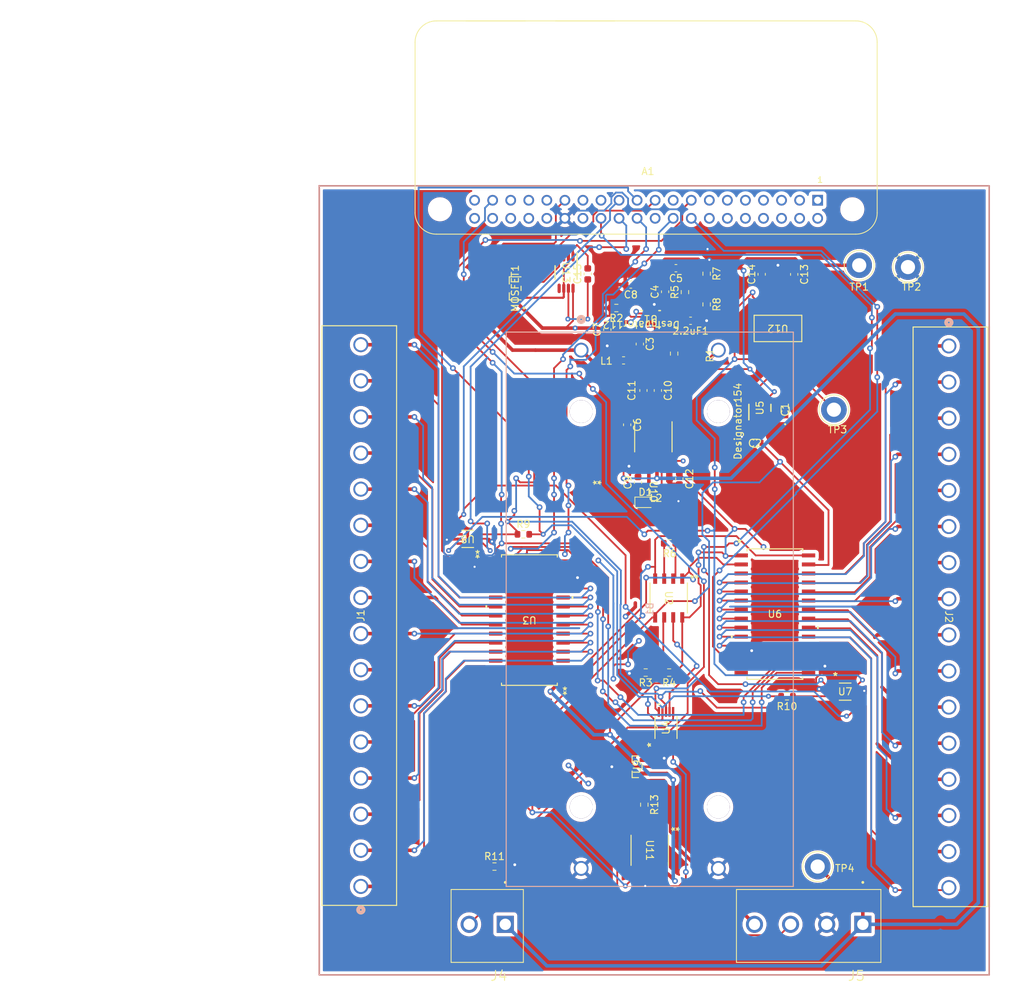
<source format=kicad_pcb>
(kicad_pcb (version 20221018) (generator pcbnew)
  (layers (0 "F.Cu" signal) (31 "B.Cu" signal) (34 "B.Paste" user) (35 "F.Paste" user) (36 "B.SilkS" user "B.Silkscreen") (37 "F.SilkS" user "F.Silkscreen") (38 "B.Mask" user) (39 "F.Mask" user) (44 "Edge.Cuts" user))
  (net 0 "")
  (net 1 "Net-(U5-CAP-)")
  (net 2 "Net-(U5-CAP+)")
  (net 3 "GND")
  (net 4 "-5V")
  (net 5 "Net-(J1-Pin_1)")
  (net 6 "Net-(J1-Pin_2)")
  (net 7 "Net-(J1-Pin_3)")
  (net 8 "Net-(J1-Pin_4)")
  (net 9 "Net-(J1-Pin_5)")
  (net 10 "Net-(J1-Pin_6)")
  (net 11 "Net-(J1-Pin_7)")
  (net 12 "Net-(J1-Pin_8)")
  (net 13 "Net-(J1-Pin_9)")
  (net 14 "Net-(J1-Pin_10)")
  (net 15 "Net-(J1-Pin_11)")
  (net 16 "Net-(J1-Pin_12)")
  (net 17 "Net-(J1-Pin_13)")
  (net 18 "Net-(J1-Pin_14)")
  (net 19 "Net-(J1-Pin_15)")
  (net 20 "Net-(J1-Pin_16)")
  (net 21 "Net-(J2-Pin_1)")
  (net 22 "Net-(J2-Pin_2)")
  (net 23 "Net-(J2-Pin_3)")
  (net 24 "Net-(J2-Pin_4)")
  (net 25 "Net-(J2-Pin_5)")
  (net 26 "Net-(J2-Pin_6)")
  (net 27 "Net-(J2-Pin_7)")
  (net 28 "Net-(J2-Pin_8)")
  (net 29 "Net-(J2-Pin_9)")
  (net 30 "Net-(J2-Pin_10)")
  (net 31 "Net-(J2-Pin_11)")
  (net 32 "Net-(J2-Pin_12)")
  (net 33 "Net-(J2-Pin_13)")
  (net 34 "Net-(J2-Pin_14)")
  (net 35 "Net-(J2-Pin_15)")
  (net 36 "Net-(J2-Pin_16)")
  (net 37 "/PRE-BOOST_LINE")
  (net 38 "Net-(U1-SW)")
  (net 39 "+5V")
  (net 40 "Net-(D1-A)")
  (net 41 "Net-(MOSFET1-G)")
  (net 42 "Net-(MOSFET1-S)")
  (net 43 "Net-(U1-FSW)")
  (net 44 "Net-(U1-ILIM)")
  (net 45 "Net-(U2-REF)")
  (net 46 "Net-(U1-COMP)")
  (net 47 "Net-(C5-Pad1)")
  (net 48 "Net-(R6-Pad1)")
  (net 49 "Net-(R6-Pad2)")
  (net 50 "Net-(U1-FB)")
  (net 51 "/MOSI_LINE")
  (net 52 "/MISO_LINE")
  (net 53 "Net-(R13-Pad1)")
  (net 54 "Net-(R13-Pad2)")
  (net 55 "Net-(U1-VCC)")
  (net 56 "Net-(U1-BOOT)")
  (net 57 "/INA819ID_+IN_LINE")
  (net 58 "/THERMO_AMP_LINE")
  (net 59 "/INA819ID-IN_LINE")
  (net 63 "/MUX_A2")
  (net 64 "/MUX_A1")
  (net 65 "/MUX_A0")
  (net 66 "/U3_ENABLE")
  (net 67 "/ADC_U4_CS_LINE")
  (net 68 "Net-(U4-VA)")
  (net 69 "/LOAD_CELL_LINE")
  (net 70 "/PRESSURE_TRANSMITTER_LINE")
  (net 71 "/SCLK_LINE")
  (net 75 "/U6_ENABLE")
  (net 76 "/TEMPERATURE_SENSOR_U7_CS_LINE")
  (net 77 "+3.3V")
  (net 78 "/TEMPERATURE_SENSOR_U8_CS_LINE")
  (net 79 "Net-(U10-REF)")
  (net 80 "Net-(U10-SS)")
  (net 81 "Net-(U10-COMP)")
  (net 82 "+12V")
  (net 83 "Net-(J5-Pin_4)")
  (net 84 "Net-(J5-Pin_3)")
  (net 85 "Net-(U13-VCAPL)")
  (net 88 "Net-(U13-VCAPH)")
  (footprint "DAQ:CONN16_TB007-508_CUD" (layer "F.Cu") (at 112.940253 105.839253 -90)
    (fp_text reference "J2")
    (fp_text value "Screw_Terminal_01x16")
  )
  (footprint "DAQ:CUI_TB007-508-02BE" (layer "F.Cu") (at 50.546 187.198 180)
    (fp_text reference "J4")
    (fp_text value "Pressure_Transmitter_Terminals")
  )
  (footprint "Inductor_SMD:L_0603_1608Metric" (layer "F.Cu") (at 71.755 125.8192 180)
    (fp_text reference "L2")
    (fp_text value "18uH")
  )
  (footprint "DAQ:SOT23_DIO" (layer "F.Cu") (at 51.934199 97.737498 90)
    (fp_text reference "MOSFET1")
    (fp_text value "SI2312CDS-T1-GE3")
  )
  (footprint "Resistor_SMD:R_0603_1608Metric" (layer "F.Cu") (at 90.17 155.115253 180)
    (fp_text reference "R10")
    (fp_text value "10k")
  )
  (footprint "Resistor_SMD:R_0603_1608Metric" (layer "F.Cu") (at 73.597 151.7777 180)
    (fp_text reference "R4")
    (fp_text value "15.67k")
  )
  (footprint "Capacitor_SMD:C_0603_1608Metric" (layer "F.Cu") (at 62.144999 95.705498 90)
    (fp_text reference "C15")
    (fp_text value "220nf")
  )
  (footprint "Capacitor_SMD:C_0603_1608Metric" (layer "F.Cu") (at 69.469 105.569499 -90)
    (fp_text reference "C3")
    (fp_text value "0.1uF")
  )
  (footprint "Capacitor_SMD:C_0603_1608Metric" (layer "F.Cu") (at 86.614 95.758 90)
    (fp_text reference "C14")
    (fp_text value "33uF")
  )
  (footprint "Capacitor_SMD:C_0603_1608Metric" (layer "F.Cu") (at 75.0315 124.5362 -90)
    (fp_text reference "C12")
    (fp_text value "33uF, 20V")
  )
  (footprint "DAQ:ADA3708_RPI-ZERO" (layer "F.Cu") (at 70.358 86.614 180)
    (fp_text reference "A1")
    (fp_text value "ADA3708")
  )
  (footprint "DAQ:DW28_TEX" (layer "F.Cu") (at 88.467353 143.558253)
    (fp_text reference "U6")
    (fp_text value "MUX507IDWR")
  )
  (footprint "Capacitor_SMD:C_0603_1608Metric" (layer "F.Cu") (at 69.215 125.0442 90)
    (fp_text reference "C9")
    (fp_text value "33uF")
  )
  (footprint "Capacitor_SMD:C_0603_1608Metric" (layer "F.Cu") (at 64.897 103.537499 90)
    (fp_text reference "C7")
    (fp_text value "22uF")
  )
  (footprint "Resistor_SMD:R_0603_1608Metric" (layer "F.Cu") (at 70.104 170.371 -90)
    (fp_text reference "R13")
    (fp_text value "367")
  )
  (footprint "Resistor_SMD:R_0603_1608Metric" (layer "F.Cu") (at 78.867 99.994499 -90)
    (fp_text reference "R8")
    (fp_text value "100k")
  )
  (footprint "DAQ:CONN16_TB007-508_CUD" (layer "F.Cu") (at 30.226 181.864 90)
    (fp_text reference "J1")
    (fp_text value "Screw_Terminal_01x16")
  )
  (footprint "DAQ:DW28_TEX" (layer "F.Cu") (at 53.9369 144.399 180)
    (fp_text reference "U3")
    (fp_text value "MUX507IDWR")
  )
  (footprint "DAQ:MP04A" (layer "F.Cu") (at 88.9 103.378 180)
    (fp_text reference "U12")
    (fp_text value "LM3940IMP-3.3/NOPB")
  )
  (footprint "DAQ:D8_TEX" (layer "F.Cu") (at 70.866 176.784 -90)
    (fp_text reference "U11")
    (fp_text value "INA819ID")
  )
  (footprint "Resistor_SMD:R_0603_1608Metric" (layer "F.Cu") (at 70.295 151.7777 180)
    (fp_text reference "R3")
    (fp_text value "1k")
  )
  (footprint "Resistor_SMD:R_0603_1608Metric" (layer "F.Cu") (at 73.66 133.604 180)
    (fp_text reference "R6")
    (fp_text value "633")
  )
  (footprint "Capacitor_SMD:C_0603_1608Metric" (layer "F.Cu") (at 73.025 98.216499 90)
    (fp_text reference "C4")
    (fp_text value "4.7nF")
  )
  (footprint "DAQ:DBV0006A_N" (layer "F.Cu") (at 86.36 114.554 90)
    (fp_text reference "U5")
    (fp_text value "LM2664M6X/NOPB")
  )
  (footprint "DAQ:SC70-6_DCK_TEX" (layer "F.Cu") (at 98.354303 154.465254)
    (fp_text reference "U7")
    (fp_text value "TMP126NDCKR")
  )
  (footprint "Capacitor_SMD:C_0603_1608Metric" (layer "F.Cu") (at 69.977 112.1032 -90)
    (fp_text reference "C11")
    (fp_text value "0.047uF")
  )
  (footprint "DAQ:SC70-6_DCK_TEX" (layer "F.Cu") (at 45.26255 132.983999 180)
    (fp_text reference "U8")
    (fp_text value "TMP126NDCKR" hide)
  )
  (footprint "TestPoint:TestPoint_Loop_D3.80mm_Drill2.0mm" (layer "F.Cu") (at 100.33 94.488 90)
    (fp_text reference "TP1")
    (fp_text value "TestPoint")
  )
  (footprint "Capacitor_SMD:C_0603_1608Metric" (layer "F.Cu") (at 72.009 112.1032 -90)
    (fp_text reference "C10")
    (fp_text value "0.1uF")
  )
  (footprint "Capacitor_SMD:C_0603_1608Metric" (layer "F.Cu") (at 67.691 116.9292 -90)
    (fp_text reference "C6")
    (fp_text value "0.001uF")
  )
  (footprint "DAQ:D8" (layer "F.Cu") (at 71.374 118.618 -90)
    (fp_text reference "U10")
    (fp_text value "TPS6734IDR")
  )
  (footprint "DAQ:CAP_1608_TDK" (layer "F.Cu") (at 89.916 114.808 90)
    (fp_text reference "C1")
    (fp_text value "C1608X5R1C335K080AC")
  )
  (footprint "DAQ:D8_TEX" (layer "F.Cu") (at 73.533 141.29385 -90)
    (fp_text reference "U2")
    (fp_text value "INA819ID")
  )
  (footprint "Capacitor_SMD:C_0603_1608Metric" (layer "F.Cu") (at 68.199 97.200499 180)
    (fp_text reference "C8")
    (fp_text value "3x22uF")
  )
  (footprint "Resistor_SMD:R_0603_1608Metric" (layer "F.Cu") (at 66.167 100.502499 180)
    (fp_text reference "R2")
    (fp_text value "200k")
  )
  (footprint "DAQ:DBZ3" (layer "F.Cu") (at 69.088 165.034001 90)
    (fp_text reference "U9")
    (fp_text value "REF3133AIDBZR")
  )
  (footprint "DAQ:MUB10A" (layer "F.Cu") (at 73.152 159.512 90)
    (fp_text reference "U4")
    (fp_text value "ADC124S051CIMMX/NOPB")
  )
  (footprint "Resistor_SMD:R_0603_1608Metric" (layer "F.Cu") (at 74.295 106.915499 -90)
    (fp_text reference "R1")
    (fp_text value "312k")
  )
  (footprint "DAQ:CUI_TB007-508-04BE" (layer "F.Cu") (at 100.838 187.198 180)
    (fp_text reference "J5")
    (fp_text value "Load_Cell_terminal")
  )
  (footprint "Resistor_SMD:R_0603_1608Metric" (layer "F.Cu") (at 78.867 95.676499 -90)
    (fp_text reference "R7")
    (fp_text value "313k")
  )
  (footprint "Capacitor_SMD:C_0603_1608Metric" (layer "F.Cu") (at 91.186 95.771 -90)
    (fp_text reference "C13")
    (fp_text value "0.47uF")
  )
  (footprint "TestPoint:TestPoint_Loop_D3.80mm_Drill2.0mm" (layer "F.Cu") (at 96.774 114.808)
    (fp_text reference "TP3")
    (fp_text value "TestPoint")
  )
  (footprint "Capacitor_SMD:C_0603_1608Metric" (layer "F.Cu") (at 74.549 94.901499 180)
    (fp_text reference "C5")
    (fp_text value "4.7nF")
  )
  (footprint "Diode_SMD:D_0603_1608Metric" (layer "F.Cu") (at 70.2565 127.8382)
    (fp_text reference "D1")
    (fp_text value "1A,20V")
  )
  (footprint "Capacitor_SMD:C_0603_1608Metric" (layer "F.Cu") (at 76.609999 102.296498 180)
    (fp_text reference "2.2uF1")
    (fp_text value "C")
  )
  (footprint "DAQ:DGK0008A_N" (layer "F.Cu") (at 59.096999 95.512496 -90)
    (fp_text reference "U13")
    (fp_text value "LM74610QDGKRQ1")
  )
  (footprint "Resistor_SMD:R_0603_1608Metric" (layer "F.Cu") (at 49.022 179.07)
    (fp_text reference "R11")
    (fp_text value "165")
  )
  (footprint "TestPoint:TestPoint_Loop_D3.80mm_Drill2.0mm" (layer "F.Cu") (at 94.488 179.07)
    (fp_text reference "TP4")
    (fp_text value "TestPoint")
  )
  (footprint "TestPoint:TestPoint_Loop_D3.80mm_Drill2.0mm" (layer "F.Cu") (at 107.188 94.742)
    (fp_text reference "TP2")
    (fp_text value "TestPoint")
  )
  (footprint "Resistor_SMD:R_0603_1608Metric" (layer "F.Cu") (at 75.819 98.266499 90)
    (fp_text reference "R5")
    (fp_text value "17.4")
  )
  (footprint "DAQ:RNR0011A" (layer "F.Cu") (at 70.993 102.0145 180)
    (fp_text reference "U1")
    (fp_text value "TPS61089RNRR")
  )
  (footprint "Inductor_SMD:L_0603_1608Metric" (layer "F.Cu") (at 67.183 107.868499)
    (fp_text reference "L1")
    (fp_text value "1.8uH")
  )
  (footprint "Resistor_SMD:R_0603_1608Metric" (layer "F.Cu") (at 53.086 132.334)
    (fp_text reference "R9")
    (fp_text value "10k")
  )
  (footprint "DAQ:CAP_1608_TDK" (layer "F.Cu") (at 85.663999 119.526501)
    (fp_text reference "C2")
    (fp_text value "C1608X5R1C335K080AC")
  )
  (footprint "DAQ:BK-18650-PC4_MPD" (layer "B.Cu") (at 61.217998 106.42798 -90)
    (fp_text reference "B1")
    (fp_text value "BK-18650-PC4")
  )
  (gr_rect (start 24.384 83.312) (end 118.618 194.31) (stroke (width 0.2)) (fill none) (layer "F.Cu"))
  (gr_rect (start 24.384 83.312) (end 118.618 194.31) (stroke (width 0.1)) (fill none) (layer "Edge.Cuts"))
  (segment (start 68.834 141.986) (end 68.834 142.532806) (width 0.5) (layer "F.Cu") (net 0))
  (segment (start 66.04 150.622) (end 65.7485 150.9135) (width 0.25) (layer "F.Cu") (net 0))
  (segment (start 68.834 142.532806) (end 67.468122 143.898684) (width 0.5) (layer "F.Cu") (net 0))
  (segment (start 67.818 150.622) (end 66.04 150.622) (width 0.25) (layer "F.Cu") (net 0))
  (segment (start 65.7485 150.9135) (end 65.7485 152.654) (width 0.25) (layer "F.Cu") (net 0))
  (via (at 62.23 167.386) (size 0.8) (drill 0.4) (layers "F.Cu" "B.Cu") (net 0))
  (via (at 59.436 164.846) (size 0.8) (drill 0.4) (layers "F.Cu" "B.Cu") (net 0))
  (via (at 63.631299 136.012701) (size 0.8) (drill 0.4) (layers "F.Cu" "B.Cu") (net 0))
  (via (at 65.7485 152.654) (size 0.8) (drill 0.4) (layers "F.Cu" "B.Cu") (net 0))
  (via (at 67.468122 143.898684) (size 0.8) (drill 0.4) (layers "F.Cu" "B.Cu") (net 0))
  (via (at 67.818 150.622) (size 0.8) (drill 0.4) (layers "F.Cu" "B.Cu") (net 0))
  (via (at 69.342 147.32) (size 0.8) (drill 0.4) (layers "F.Cu" "B.Cu") (net 0))
  (segment (start 69.342 147.32) (end 67.818 148.844) (width 0.25) (layer "B.Cu") (net 0))
  (segment (start 65.7485 141.986) (end 65.7485 138.129902) (width 0.25) (layer "B.Cu") (net 0))
  (segment (start 61.976 167.386) (end 62.23 167.386) (width 0.25) (layer "B.Cu") (net 0))
  (segment (start 65.7485 152.654) (end 65.7485 145.542) (width 0.25) (layer "B.Cu") (net 0))
  (segment (start 65.7485 142.155095) (end 65.7485 141.986) (width 0.25) (layer "B.Cu") (net 0))
  (segment (start 67.818 148.844) (end 67.818 150.622) (width 0.25) (layer "B.Cu") (net 0))
  (segment (start 65.7485 142.155095) (end 65.7485 145.542) (width 0.25) (layer "B.Cu") (net 0))
  (segment (start 65.7485 145.542) (end 65.7485 141.986) (width 0.25) (layer "B.Cu") (net 0))
  (segment (start 59.436 164.846) (end 61.976 167.386) (width 0.25) (layer "B.Cu") (net 0))
  (segment (start 65.7485 138.129902) (end 63.631299 136.012701) (width 0.25) (layer "B.Cu") (net 0))
  (segment (start 87.309998 115.929001) (end 89.722099 115.929001) (width 0.25) (layer "F.Cu") (net 1))
  (segment (start 89.722099 115.929001) (end 89.916 115.7351) (width 0.25) (layer "F.Cu") (net 1))
  (segment (start 89.154 110.49) (end 87.349 110.49) (width 0.25) (layer "F.Cu") (net 2))
  (segment (start 89.916 113.8809) (end 89.916 111.252) (width 0.25) (layer "F.Cu") (net 2))
  (segment (start 87.349 110.49) (end 85.409999 112.429001) (width 0.25) (layer "F.Cu") (net 2))
  (segment (start 89.916 111.252) (end 89.154 110.49) (width 0.25) (layer "F.Cu") (net 2))
  (segment (start 85.409999 112.429001) (end 85.409999 113.179001) (width 0.25) (layer "F.Cu") (net 2))
  (segment (start 86.627 94.996) (end 86.614 94.983) (width 0.25) (layer "F.Cu") (net 3))
  (segment (start 94.269353 152.549658) (end 95.504 151.315011) (width 0.25) (layer "F.Cu") (net 3))
  (segment (start 44.88905 133.131198) (end 44.88905 135.56705) (width 0.25) (layer "F.Cu") (net 3))
  (segment (start 97.230353 154.495252) (end 95.086352 154.495252) (width 0.25) (layer "F.Cu") (net 3))
  (segment (start 84.6709 119.4689) (end 83.82 118.618) (width 0.25) (layer "F.Cu") (net 3))
  (segment (start 88.9 100.1776) (end 88.9 94.996) (width 0.25) (layer "F.Cu") (net 3))
  (segment (start 69.469 121.0818) (end 69.469 124.0152) (width 0.25) (layer "F.Cu") (net 3))
  (segment (start 71.342999 100.1525) (end 71.501 99.994499) (width 0.25) (layer "F.Cu") (net 3))
  (segment (start 95.086352 154.495252) (end 94.690353 154.099253) (width 0.25) (layer "F.Cu") (net 3))
  (segment (start 68.20535 165.034001) (end 65.532 165.034001) (width 0.25) (layer "F.Cu") (net 3))
  (segment (start 71.501 97.174499) (end 73.025 95.650499) (width 0.25) (layer "F.Cu") (net 3))
  (segment (start 85.409999 117.028001) (end 85.409999 115.929001) (width 0.25) (layer "F.Cu") (net 3))
  (segment (start 88.9 94.996) (end 86.627 94.996) (width 0.25) (layer "F.Cu") (net 3))
  (segment (start 77.384999 102.296498) (end 78.851001 102.296498) (width 0.25) (layer "F.Cu") (net 3))
  (segment (start 64.897 105.810499) (end 64.884 105.823499) (width 0.25) (layer "F.Cu") (net 3))
  (segment (start 88.9 94.996) (end 88.9 94.488) (width 0.25) (layer "F.Cu") (net 3))
  (segment (start 65.342 100.502499) (end 65.342 98.279499) (width 0.25) (layer "F.Cu") (net 3))
  (segment (start 78.994 93.472) (end 79.248 93.726) (width 0.25) (layer "F.Cu") (net 3))
  (segment (start 73.152 161.7091) (end 73.152 163.576) (width 0.25) (layer "F.Cu") (net 3))
  (segment (start 84.298852 148.704654) (end 83.730253 149.273253) (width 0.25) (layer "F.Cu") (net 3))
  (segment (start 95.3516 106.5784) (end 88.9 106.5784) (width 0.5) (layer "F.Cu") (net 3))
  (segment (start 95.504 151.315011) (end 95.504 150.876) (width 0.25) (layer "F.Cu") (net 3))
  (segment (start 46.1325 132.954001) (end 48.276501 132.954001) (width 0.25) (layer "F.Cu") (net 3))
  (segment (start 107.188 94.742) (end 95.3516 106.5784) (width 0.5) (layer "F.Cu") (net 3))
  (segment (start 48.276501 132.954001) (end 48.6725 133.35) (width 0.25) (layer "F.Cu") (net 3))
  (segment (start 43.8846 132.954001) (end 42.464499 132.954001) (width 0.25) (layer "F.Cu") (net 3))
  (segment (start 42.3225 133.096) (end 44.853852 133.096) (width 0.25) (layer "F.Cu") (net 3))
  (segment (start 71.342999 101.314499) (end 71.342999 100.1525) (width 0.25) (layer "F.Cu") (net 3))
  (segment (start 42.464499 132.954001) (end 42.3225 133.096) (width 0.25) (layer "F.Cu") (net 3))
  (segment (start 73.651999 161.7091) (end 73.152 161.7091) (width 0.25) (layer "F.Cu") (net 3))
  (segment (start 44.853852 133.096) (end 44.88905 133.131198) (width 0.25) (layer "F.Cu") (net 3))
  (segment (start 67.424 97.200499) (end 66.421 97.200499) (width 0.25) (layer "F.Cu") (net 3))
  (segment (start 78.994 92.202) (end 78.994 93.472) (width 0.25) (layer "F.Cu") (net 3))
  (segment (start 70.231 179.50815) (end 70.231 181.79415) (width 0.25) (layer "F.Cu") (net 3))
  (segment (start 64.897 104.312499) (end 64.897 105.810499) (width 0.25) (layer "F.Cu") (net 3))
  (segment (start 69.342 121.2088) (end 69.469 121.0818) (width 0.25) (layer "F.Cu") (net 3))
  (segment (start 73.152 163.576) (end 72.898 163.83) (width 0.25) (layer "F.Cu") (net 3))
  (segment (start 78.851001 102.296498) (end 78.867 102.280499) (width 0.25) (layer "F.Cu") (net 3))
  (segment (start 71.501 99.994499) (end 71.501 97.174499) (width 0.25) (layer "F.Cu") (net 3))
  (segment (start 58.674 138.684) (end 60.452 138.684) (width 0.25) (layer "F.Cu") (net 3))
  (segment (start 87.63 107.8484) (end 87.63 108.458) (width 0.25) (layer "F.Cu") (net 3))
  (segment (start 49.847 179.07) (end 51.625 179.07) (width 0.25) (layer "F.Cu") (net 3))
  (segment (start 69.469 121.0818) (end 69.469 121.2342) (width 0.25) (layer "F.Cu") (net 3))
  (segment (start 100.898354 154.495252) (end 101.040353 154.353253) (width 0.25) (layer "F.Cu") (net 3))
  (segment (start 69.469 121.2342) (end 67.945 122.7582) (width 0.25) (layer "F.Cu") (net 3))
  (segment (start 88.9 106.5784) (end 90.7796 108.458) (width 0.25) (layer "F.Cu") (net 3))
  (segment (start 75.0315 125.3112) (end 75.0315 127.5464) (width 0.25) (layer "F.Cu") (net 3))
  (segment (start 69.47 151.7777) (end 68.1233 151.7777) (width 0.25) (layer "F.Cu") (net 3))
  (segment (start 83.82 118.618) (end 85.409999 117.028001) (width 0.25) (layer "F.Cu") (net 3))
  (segment (start 91.186 94.996) (end 88.9 94.996) (width 0.25) (layer "F.Cu") (net 3))
  (segment (start 60.452 138.684) (end 60.706 138.43) (width 0.25) (layer "F.Cu") (net 3))
  (segment (start 85.204654 148.704654) (end 84.298852 148.704654) (width 0.25) (layer "F.Cu") (net 3))
  (segment (start 90.7796 108.458) (end 91.186 108.458) (width 0.25) (layer "F.Cu") (net 3))
  (segment (start 78.867 100.819499) (end 78.867 102.280499) (width 0.25) (layer "F.Cu") (net 3))
  (segment (start 51.625 179.07) (end 51.879 178.816) (width 0.25) (layer "F.Cu") (net 3))
  (segment (start 75.0315 127.5464) (end 74.9045 127.6734) (width 0.25) (layer "F.Cu") (net 3))
  (segment (start 94.269353 153.678253) (end 94.269353 152.549658) (width 0.25) (layer "F.Cu") (net 3))
  (segment (start 44.88905 135.56705) (end 46.228 136.906) (width 0.25) (layer "F.Cu") (net 3))
  (segment (start 94.690353 154.099253) (end 94.269353 153.678253) (width 0.25) (layer "F.Cu") (net 3))
  (segment (start 99.478253 154.495252) (end 100.898354 154.495252) (width 0.25) (layer "F.Cu") (net 3))
  (segment (start 68.1233 151.7777) (end 68.009 151.892) (width 0.25) (layer "F.Cu") (net 3))
  (segment (start 73.025 97.441499) (end 73.025 95.650499) (width 0.25) (layer "F.Cu") (net 3))
  (segment (start 69.469 124.0152) (end 69.215 124.2692) (width 0.25) (layer "F.Cu") (net 3))
  (segment (start 88.9 106.5784) (end 88.9 100.1776) (width 0.25) (layer "F.Cu") (net 3))
  (segment (start 73.025 95.650499) (end 73.774 94.901499) (width 0.25) (layer "F.Cu") (net 3))
  (segment (start 65.342 98.279499) (end 66.421 97.200499) (width 0.25) (layer "F.Cu") (net 3))
  (via (at 95.504 150.876) (size 0.8) (drill 0.4) (layers "F.Cu" "B.Cu") (net 3))
  (via (at 65.532 165.034001) (size 0.8) (drill 0.4) (layers "F.Cu" "B.Cu") (net 3))
  (via (at 60.706 138.43) (size 0.8) (drill 0.4) (layers "F.Cu" "B.Cu") (net 3))
  (via (at 79.248 93.726) (size 0.7) (drill 0.3) (layers "F.Cu" "B.Cu") (net 3))
  (via (at 94.690353 154.099253) (size 0.7) (drill 0.3) (layers "F.Cu" "B.Cu") (net 3))
  (via (at 48.6725 133.35) (size 0.7) (drill 0.3) (layers "F.Cu" "B.Cu") (net 3))
  (via (at 51.879 178.816) (size 0.8) (drill 0.4) (layers "F.Cu" "B.Cu") (net 3))
  (via (at 101.040353 154.353253) (size 0.7) (drill 0.3) (layers "F.Cu" "B.Cu") (net 3))
  (via (at 42.3225 133.096) (size 0.7) (drill 0.3) (layers "F.Cu" "B.Cu") (net 3))
  (via (at 68.009 151.892) (size 0.8) (drill 0.4) (layers "F.Cu" "B.Cu") (net 3))
  (via (at 70.231 181.79415) (size 0.7) (drill 0.3) (layers "F.Cu" "B.Cu") (net 3))
  (via (at 72.898 163.83) (size 0.8) (drill 0.4) (layers "F.Cu" "B.Cu") (net 3))
  (via (at 88.9 94.488) (size 0.8) (drill 0.4) (layers "F.Cu" "B.Cu") (net 3))
  (via (at 67.945 122.7582) (size 0.8) (drill 0.4) (layers "F.Cu" "B.Cu") (net 3))
  (via (at 83.82 118.618) (size 0.7) (drill 0.3) (layers "F.Cu" "B.Cu") (net 3))
  (via (at 71.501 99.994499) (size 0.8) (drill 0.4) (layers "F.Cu" "B.Cu") (net 3))
  (via (at 64.884 105.823499) (size 0.8) (drill 0.4) (layers "F.Cu" "B.Cu") (net 3))
  (via (at 78.867 102.280499) (size 0.8) (drill 0.4) (layers "F.Cu" "B.Cu") (net 3))
  (via (at 78.994 92.202) (size 0.7) (drill 0.3) (layers "F.Cu" "B.Cu") (net 3))
  (via (at 46.228 136.906) (size 0.7) (drill 0.3) (layers "F.Cu" "B.Cu") (net 3))
  (via (at 74.9045 127.6734) (size 0.7) (drill 0.3) (layers "F.Cu" "B.Cu") (net 3))
  (via (at 85.204654 148.704654) (size 0.8) (drill 0.4) (layers "F.Cu" "B.Cu") (net 3))
  (segment (start 41.9015 134.899595) (end 42.296905 135.295) (width 0.25) (layer "B.Cu") (net 3))
  (segment (start 94.944353 154.353253) (end 94.690353 154.099253) (width 0.25) (layer "B.Cu") (net 3))
  (segment (start 66.994937 84.265) (end 67.818 85.088063) (width 0.25) (layer "B.Cu") (net 3))
  (segment (start 41.9015 133.517) (end 41.9015 134.899595) (width 0.25) (layer "B.Cu") (net 3))
  (segment (start 42.3225 133.096) (end 41.9015 133.517) (width 0.25) (layer "B.Cu") (net 3))
  (segment (start 46.228 136.906) (end 59.182 136.906) (width 0.25) (layer "B.Cu") (net 3))
  (segment (start 64.450604 86.805) (end 65.469 85.786604) (width 0.25) (layer "B.Cu") (net 3))
  (segment (start 49.0935 134.899595) (end 49.0935 133.771) (width 0.25) (layer "B.Cu") (net 3))
  (segment (start 77.769499 93.726) (end 71.501 99.994499) (width 0.25) (layer "B.Cu") (net 3))
  (segment (start 74.930255 86.614255) (end 75.247 86.931) (width 0.25) (layer "B.Cu") (net 3))
  (segment (start 49.0935 133.771) (end 48.6725 133.35) (width 0.25) (layer "B.Cu") (net 3))
  (segment (start 58.928 87.884) (end 60.007 86.805) (width 0.25) (layer "B.Cu") (net 3))
  (segment (start 75.247 88.455) (end 78.994 92.202) (width 0.25) (layer "B.Cu") (net 3))
  (segment (start 42.296905 135.295) (end 48.698095 135.295) (width 0.25) (layer "B.Cu") (net 3))
  (segment (start 60.007 86.805) (end 64.450604 86.805) (width 0.25) (layer "B.Cu") (net 3))
  (segment (start 65.469 84.897063) (end 66.101063 84.265) (width 0.25) (layer "B.Cu") (net 3))
  (segment (start 67.818 86.1305) (end 68.301755 86.614255) (width 0.25) (layer "B.Cu") (net 3))
  (segment (start 95.504 150.876) (end 87.376 150.876) (width 0.25) (layer "B.Cu") (net 3))
  (segment (start 79.248 93.726) (end 77.769499 93.726) (width 0.25) (layer "B.Cu") (net 3))
  (segment (start 101.040353 154.353253) (end 94.944353 154.353253) (width 0.25) (layer "B.Cu") (net 3))
  (segment (start 87.376 150.876) (end 85.204654 148.704654) (width 0.25) (layer "B.Cu") (net 3))
  (segment (start 48.698095 135.295) (end 49.0935 134.899595) (width 0.25) (layer "B.Cu") (net 3))
  (segment (start 67.818 85.088063) (end 67.818 86.1305) (width 0.25) (layer "B.Cu") (net 3))
  (segment (start 59.182 136.906) (end 60.706 138.43) (width 0.25) (layer "B.Cu") (net 3))
  (segment (start 65.469 85.786604) (end 65.469 84.897063) (width 0.25) (layer "B.Cu") (net 3))
  (segment (start 75.247 86.931) (end 75.247 88.455) (width 0.25) (layer "B.Cu") (net 3))
  (segment (start 68.301755 86.614255) (end 74.930255 86.614255) (width 0.25) (layer "B.Cu") (net 3))
  (segment (start 66.101063 84.265) (end 66.994937 84.265) (width 0.25) (layer "B.Cu") (net 3))
  (segment (start 93.864853 136.573253) (end 93.9436 136.652) (width 0.25) (layer "F.Cu") (net 4))
  (segment (start 89.196299 122.131701) (end 86.591099 119.526501) (width 0.25) (layer "F.Cu") (net 4))
  (segment (start 86.591099 119.526501) (end 86.591099 116.1601) (width 0.25) (layer "F.Cu") (net 4))
  (segment (start 54.356 171.45) (end 54.356 160.90035) (width 0.25) (layer "F.Cu") (net 4))
  (segment (start 93.204453 136.573253) (end 93.864853 136.573253) (width 0.25) (layer "F.Cu") (net 4))
  (segment (start 96.012 128.947402) (end 89.196299 122.131701) (width 0.25) (layer "F.Cu") (net 4))
  (segment (start 93.9436 136.652) (end 96.012 136.652) (width 0.25) (layer "F.Cu") (net 4))
  (segment (start 47.935 165.029) (end 54.356 171.45) (width 0.25) (layer "F.Cu") (net 4))
  (segment (start 48.6006 151.384) (end 47.935 152.0496) (width 0.25) (layer "F.Cu") (net 4))
  (segment (start 96.012 136.652) (end 96.012 128.947402) (width 0.25) (layer "F.Cu") (net 4))
  (segment (start 68.961 179.50815) (end 68.961 180.27015) (width 0.25) (layer "F.Cu") (net 4))
  (segment (start 73.46315 141.732) (end 77.216 141.732) (width 0.25) (layer "F.Cu") (net 4))
  (segment (start 54.356 160.90035) (end 71.23835 144.018) (width 0.25) (layer "F.Cu") (net 4))
  (segment (start 71.628 143.56715) (end 73.46315 141.732) (width 0.25) (layer "F.Cu") (net 4))
  (segment (start 71.23835 144.018) (end 71.628 144.018) (width 0.25) (layer "F.Cu") (net 4))
  (segment (start 47.935 152.0496) (end 47.935 165.029) (width 0.25) (layer "F.Cu") (net 4))
  (segment (start 49.1998 151.384) (end 48.6006 151.384) (width 0.25) (layer "F.Cu") (net 4))
  (segment (start 86.591099 116.1601) (end 86.36 115.929001) (width 0.25) (layer "F.Cu") (net 4))
  (segment (start 68.961 180.27015) (end 67.437 181.79415) (width 0.25) (layer "F.Cu") (net 4))
  (segment (start 71.628 144.018) (end 71.628 143.56715) (width 0.25) (layer "F.Cu") (net 4))
  (via (at 77.216 141.732) (size 0.8) (drill 0.4) (layers "F.Cu" "B.Cu") (net 4))
  (via (at 89.196299 122.131701) (size 0.8) (drill 0.4) (layers "F.Cu" "B.Cu") (net 4))
  (via (at 67.437 181.79415) (size 0.7) (drill 0.3) (layers "F.Cu" "B.Cu") (net 4))
  (via (at 54.356 171.45) (size 0.8) (drill 0.4) (layers "F.Cu" "B.Cu") (net 4))
  (segment (start 79.211 133.313) (end 78.269 132.371) (width 0.25) (layer "B.Cu") (net 4))
  (segment (start 78.269 132.371) (end 78.269 126.522) (width 0.25) (layer "B.Cu") (net 4))
  (segment (start 79.756 125.035) (end 86.293 125.035) (width 0.25) (layer "B.Cu") (net 4))
  (segment (start 79.211 139.737) (end 79.211 133.313) (width 0.25) (layer "B.Cu") (net 4))
  (segment (start 57.09285 171.45) (end 67.437 181.79415) (width 0.25) (layer "B.Cu") (net 4))
  (segment (start 77.216 141.732) (end 79.211 139.737) (width 0.25) (layer "B.Cu") (net 4))
  (segment (start 54.356 171.45) (end 57.09285 171.45) (width 0.25) (layer "B.Cu") (net 4))
  (segment (start 86.293 125.035) (end 89.196299 122.131701) (width 0.25) (layer "B.Cu") (net 4))
  (segment (start 78.269 126.522) (end 79.756 125.035) (width 0.25) (layer "B.Cu") (net 4))
  (segment (start 44.8691 150.114) (end 49.53 150.114) (width 0.25) (layer "F.Cu") (net 5))
  (segment (start 39.116 179.2351) (end 39.116 157.524846) (width 0.25) (layer "F.Cu") (net 5))
  (segment (start 39.116 157.524846) (end 42.2021 154.438746) (width 0.25) (layer "F.Cu") (net 5))
  (segment (start 30.226 181.864) (end 36.4871 181.864) (width 0.5) (layer "F.Cu") (net 5))
  (segment (start 42.2021 154.438746) (end 42.2021 152.781) (width 0.25) (layer "F.Cu") (net 5))
  (segment (start 42.2021 152.781) (end 44.8691 150.114) (width 0.25) (layer "F.Cu") (net 5))
  (segment (start 36.4871 181.864) (end 39.116 179.2351) (width 0.5) (layer "F.Cu") (net 5))
  (segment (start 30.226 176.784) (end 37.7571 176.784) (width 0.5) (layer "F.Cu") (net 6))
  (segment (start 62.5221 148.844) (end 59.0042 148.844) (width 0.25) (layer "F.Cu") (net 6))
  (via (at 37.7571 176.784) (size 0.8) (drill 0.4) (layers "F.Cu" "B.Cu") (net 6))
  (via (at 62.5221 148.844) (size 0.8) (drill 0.4) (layers "F.Cu" "B.Cu") (net 6))
  (segment (start 44.704 150.114) (end 61.2521 150.114) (width 0.25) (layer "B.Cu") (net 6))
  (segment (start 39.116 157.48) (end 42.164 154.432) (width 0.25) (layer "B.Cu") (net 6))
  (segment (start 42.164 154.432) (end 42.164 152.654) (width 0.25) (layer "B.Cu") (net 6))
  (segment (start 42.164 152.654) (end 44.704 150.114) (width 0.25) (layer "B.Cu") (net 6))
  (segment (start 61.2521 150.114) (end 62.5221 148.844) (width 0.25) (layer "B.Cu") (net 6))
  (segment (start 39.116 175.4251) (end 39.116 157.48) (width 0.25) (layer "B.Cu") (net 6))
  (segment (start 37.7571 176.784) (end 39.116 175.4251) (width 0.25) (layer "B.Cu") (net 6))
  (segment (start 30.226 171.704) (end 36.4871 171.704) (width 0.5) (layer "F.Cu") (net 7))
  (segment (start 38.4821 157.52235) (end 41.7521 154.25235) (width 0.25) (layer "F.Cu") (net 7))
  (segment (start 38.4821 169.709) (end 38.4821 157.52235) (width 0.25) (layer "F.Cu") (net 7))
  (segment (start 41.7521 154.25235) (end 41.7521 149.927604) (width 0.25) (layer "F.Cu") (net 7))
  (segment (start 41.7521 149.927604) (end 42.835704 148.844) (width 0.25) (layer "F.Cu") (net 7))
  (segment (start 36.4871 171.704) (end 38.4821 169.709) (width 0.25) (layer "F.Cu") (net 7))
  (segment (start 42.835704 148.844) (end 49.53 148.844) (width 0.25) (layer "F.Cu") (net 7))
  (segment (start 30.226 166.624) (end 37.7571 166.624) (width 0.5) (layer "F.Cu") (net 8))
  (segment (start 62.5221 147.574) (end 59.0042 147.574) (width 0.25) (layer "F.Cu") (net 8))
  (via (at 62.5221 147.574) (size 0.8) (drill 0.4) (layers "F.Cu" "B.Cu") (net 8))
  (via (at 37.7571 166.624) (size 0.8) (drill 0.4) (layers "F.Cu" "B.Cu") (net 8))
  (segment (start 61.2521 148.844) (end 42.672 148.844) (width 0.25) (layer "B.Cu") (net 8))
  (segment (start 38.354 166.0271) (end 37.7571 166.624) (width 0.25) (layer "B.Cu") (net 8))
  (segment (start 41.656 149.86) (end 41.656 154.178) (width 0.25) (layer "B.Cu") (net 8))
  (segment (start 42.672 148.844) (end 41.656 149.86) (width 0.25) (layer "B.Cu") (net 8))
  (segment (start 38.354 157.48) (end 38.354 166.0271) (width 0.25) (layer "B.Cu") (net 8))
  (segment (start 41.656 154.178) (end 38.354 157.48) (width 0.25) (layer "B.Cu") (net 8))
  (segment (start 62.5221 147.574) (end 61.2521 148.844) (width 0.25) (layer "B.Cu") (net 8))
  (segment (start 33.702405 161.544) (end 37.338 157.908405) (width 0.5) (layer "F.Cu") (net 9))
  (segment (start 41.3021 153.944305) (end 41.3021 149.741208) (width 0.25) (layer "F.Cu") (net 9))
  (segment (start 37.338 157.908405) (end 37.338 157.988) (width 0.25) (layer "F.Cu") (net 9))
  (segment (start 41.3021 153.944305) (end 37.338 157.908405) (width 0.25) (layer "F.Cu") (net 9))
  (segment (start 43.469308 147.574) (end 49.53 147.574) (width 0.25) (layer "F.Cu") (net 9))
  (segment (start 41.3021 149.741208) (end 43.469308 147.574) (width 0.25) (layer "F.Cu") (net 9))
  (segment (start 30.226 161.544) (end 33.702405 161.544) (width 0.5) (layer "F.Cu") (net 9))
  (segment (start 62.5221 146.304) (end 59.0042 146.304) (width 0.25) (layer "F.Cu") (net 10))
  (segment (start 30.226 156.464) (end 37.7571 156.464) (width 0.5) (layer "F.Cu") (net 10))
  (via (at 62.5221 146.304) (size 0.8) (drill 0.4) (layers "F.Cu" "B.Cu") (net 10))
  (via (at 37.7571 156.464) (size 0.8) (drill 0.4) (layers "F.Cu" "B.Cu") (net 10))
  (segment (start 43.434 147.32) (end 41.148 149.606) (width 0.25) (layer "B.Cu") (net 10))
  (segment (start 41.148 153.924) (end 38.608 156.464) (width 0.25) (layer "B.Cu") (net 10))
  (segment (start 62.5221 146.304) (end 61.5061 147.32) (width 0.25) (layer "B.Cu") (net 10))
  (segment (start 41.148 149.606) (end 41.148 153.924) (width 0.25) (layer "B.Cu") (net 10))
  (segment (start 38.608 156.464) (end 37.7571 156.464) (width 0.25) (layer "B.Cu") (net 10))
  (segment (start 61.5061 147.32) (end 43.434 147.32) (width 0.25) (layer "B.Cu") (net 10))
  (segment (start 30.226 151.384) (end 38.3921 151.384) (width 0.5) (layer "F.Cu") (net 11))
  (segment (start 43.4721 146.304) (end 49.53 146.304) (width 0.25) (layer "F.Cu") (net 11))
  (segment (start 30.1371 151.384) (end 30.5871 150.934) (width 0.25) (layer "F.Cu") (net 11))
  (segment (start 38.3921 151.384) (end 38.50005 151.27605) (width 0.5) (layer "F.Cu") (net 11))
  (segment (start 38.50005 151.27605) (end 43.4721 146.304) (width 0.25) (layer "F.Cu") (net 11))
  (segment (start 30.226 146.304) (end 37.7571 146.304) (width 0.5) (layer "F.Cu") (net 12))
  (segment (start 62.5221 145.034) (end 59.0042 145.034) (width 0.25) (layer "F.Cu") (net 12))
  (via (at 62.5221 145.034) (size 0.8) (drill 0.4) (layers "F.Cu" "B.Cu") (net 12))
  (via (at 37.7571 146.304) (size 0.8) (drill 0.4) (layers "F.Cu" "B.Cu") (net 12))
  (segment (start 61.2521 146.304) (end 37.7571 146.304) (width 0.25) (layer "B.Cu") (net 12))
  (segment (start 62.5221 145.034) (end 61.2521 146.304) (width 0.25) (layer "B.Cu") (net 12))
  (segment (start 44.45 145.034) (end 49.53 145.034) (width 0.25) (layer "F.Cu") (net 13))
  (segment (start 40.894 141.478) (end 44.45 145.034) (width 0.25) (layer "F.Cu") (net 13))
  (segment (start 40.64 141.224) (end 40.894 141.478) (width 0.5) (layer "F.Cu") (net 13))
  (segment (start 30.226 141.224) (end 40.64 141.224) (width 0.5) (layer "F.Cu") (net 13))
  (segment (start 30.226 136.144) (end 37.7571 136.144) (width 0.5) (layer "F.Cu") (net 14))
  (segment (start 62.5221 143.764) (end 59.0042 143.764) (width 0.25) (layer "F.Cu") (net 14))
  (via (at 37.7571 136.144) (size 0.8) (drill 0.4) (layers "F.Cu" "B.Cu") (net 14))
  (via (at 62.5221 143.764) (size 0.8) (drill 0.4) (layers "F.Cu" "B.Cu") (net 14))
  (segment (start 37.7571 136.144) (end 37.7571 138.4681) (width 0.25) (layer "B.Cu") (net 14))
  (segment (start 61.5061 144.78) (end 62.5221 143.764) (width 0.25) (layer "B.Cu") (net 14))
  (segment (start 44.069 144.78) (end 61.5061 144.78) (width 0.25) (layer "B.Cu") (net 14))
  (segment (start 37.7571 138.4681) (end 44.069 144.78) (width 0.25) (layer "B.Cu") (net 14))
  (segment (start 39.624 134.2009) (end 39.624 138.938) (width 0.25) (layer "F.Cu") (net 15))
  (segment (start 36.4871 131.064) (end 39.624 134.2009) (width 0.25) (layer "F.Cu") (net 15))
  (segment (start 39.624 138.938) (end 44.45 143.764) (width 0.25) (layer "F.Cu") (net 15))
  (segment (start 30.226 131.064) (end 36.4871 131.064) (width 0.5) (layer "F.Cu") (net 15))
  (segment (start 44.45 143.764) (end 49.53 143.764) (width 0.25) (layer "F.Cu") (net 15))
  (segment (start 30.226 125.984) (end 37.7571 125.984) (width 0.5) (layer "F.Cu") (net 16))
  (segment (start 62.5221 142.494) (end 59.0042 142.494) (width 0.25) (layer "F.Cu") (net 16))
  (via (at 37.7571 125.984) (size 0.8) (drill 0.4) (layers "F.Cu" "B.Cu") (net 16))
  (via (at 62.5221 142.494) (size 0.8) (drill 0.4) (layers "F.Cu" "B.Cu") (net 16))
  (segment (start 39.624 139.065) (end 44.069 143.51) (width 0.25) (layer "B.Cu") (net 16))
  (segment (start 44.069 143.51) (end 61.5061 143.51) (width 0.25) (layer "B.Cu") (net 16))
  (segment (start 39.624 127.8509) (end 39.624 139.065) (width 0.25) (layer "B.Cu") (net 16))
  (segment (start 37.7571 125.984) (end 39.624 127.8509) (width 0.25) (layer "B.Cu") (net 16))
  (segment (start 61.5061 143.51) (end 62.5221 142.494) (width 0.25) (layer "B.Cu") (net 16))
  (segment (start 44.1071 142.494) (end 49.53 142.494) (width 0.25) (layer "F.Cu") (net 17))
  (segment (start 35.2171 120.904) (end 40.2971 125.984) (width 0.25) (layer "F.Cu") (net 17))
  (segment (start 40.2971 138.684) (end 44.1071 142.494) (width 0.25) (layer "F.Cu") (net 17))
  (segment (start 40.2971 125.984) (end 40.2971 138.684) (width 0.25) (layer "F.Cu") (net 17))
  (segment (start 30.226 120.904) (end 35.2171 120.904) (width 0.5) (layer "F.Cu") (net 17))
  (segment (start 30.226 115.824) (end 37.7571 115.824) (width 0.5) (layer "F.Cu") (net 18))
  (segment (start 62.5221 141.224) (end 59.0042 141.224) (width 0.25) (layer "F.Cu") (net 18))
  (via (at 37.7571 115.824) (size 0.8) (drill 0.4) (layers "F.Cu" "B.Cu") (net 18))
  (via (at 62.5221 141.224) (size 0.8) (drill 0.4) (layers "F.Cu" "B.Cu") (net 18))
  (segment (start 61.5061 142.24) (end 62.5221 141.224) (width 0.25) (layer "B.Cu") (net 18))
  (segment (start 40.259 138.43) (end 44.069 142.24) (width 0.25) (layer "B.Cu") (net 18))
  (segment (start 40.259 125.73) (end 40.259 138.43) (width 0.25) (layer "B.Cu") (net 18))
  (segment (start 37.7571 115.824) (end 38.989 117.0559) (width 0.25) (layer "B.Cu") (net 18))
  (segment (start 44.069 142.24) (end 61.5061 142.24) (width 0.25) (layer "B.Cu") (net 18))
  (segment (start 38.989 117.0559) (end 38.989 124.46) (width 0.25) (layer "B.Cu") (net 18))
  (segment (start 38.989 124.46) (end 40.259 125.73) (width 0.25) (layer "B.Cu") (net 18))
  (segment (start 38.18255 111.16945) (end 41.148 114.1349) (width 0.25) (layer "F.Cu") (net 19))
  (segment (start 41.148 138.2649) (end 44.1071 141.224) (width 0.25) (layer "F.Cu") (net 19))
  (segment (start 30.226 110.744) (end 37.7571 110.744) (width 0.5) (layer "F.Cu") (net 19))
  (segment (start 37.7571 110.744) (end 38.18255 111.16945) (width 0.5) (layer "F.Cu") (net 19))
  (segment (start 44.1071 141.224) (end 49.53 141.224) (width 0.25) (layer "F.Cu") (net 19))
  (segment (start 41.148 114.1349) (end 41.148 138.2649) (width 0.25) (layer "F.Cu") (net 19))
  (segment (start 30.226 105.664) (end 37.7571 105.664) (width 0.5) (layer "F.Cu") (net 20))
  (segment (start 62.5221 139.954) (end 59.0042 139.954) (width 0.25) (layer "F.Cu") (net 20))
  (via (at 62.5221 139.954) (size 0.8) (drill 0.4) (layers "F.Cu" "B.Cu") (net 20))
  (via (at 37.7571 105.664) (size 0.8) (drill 0.4) (layers "F.Cu" "B.Cu") (net 20))
  (segment (start 61.2521 141.224) (end 62.5221 139.954) (width 0.25) (layer "B.Cu") (net 20))
  (segment (start 41.148 138.176) (end 44.196 141.224) (width 0.25) (layer "B.Cu") (net 20))
  (segment (start 44.196 141.224) (end 61.2521 141.224) (width 0.25) (layer "B.Cu") (net 20))
  (segment (start 37.7571 105.664) (end 41.148 109.0549) (width 0.25) (layer "B.Cu") (net 20))
  (segment (start 41.148 109.0549) (end 41.148 138.176) (width 0.25) (layer "B.Cu") (net 20))
  (segment (start 100.964153 133.607407) (end 100.964153 135.265153) (width 0.25) (layer "F.Cu") (net 21))
  (segment (start 107.022053 105.839253) (end 104.050253 108.811053) (width 0.5) (layer "F.Cu") (net 21))
  (segment (start 98.297153 137.932153) (end 93.636253 137.932153) (width 0.25) (layer "F.Cu") (net 21))
  (segment (start 112.940253 105.839253) (end 107.022053 105.839253) (width 0.5) (layer "F.Cu") (net 21))
  (segment (start 104.050253 130.521307) (end 100.964153 133.607407) (width 0.25) (layer "F.Cu") (net 21))
  (segment (start 104.050253 108.811053) (end 104.050253 130.521307) (width 0.25) (layer "F.Cu") (net 21))
  (segment (start 100.964153 135.265153) (end 98.297153 137.932153) (width 0.25) (layer "F.Cu") (net 21))
  (segment (start 105.752053 110.919253) (end 105.409153 111.262153) (width 0.5) (layer "F.Cu") (net 22))
  (segment (start 112.940253 110.919253) (end 105.752053 110.919253) (width 0.5) (layer "F.Cu") (net 22))
  (segment (start 80.682253 139.113253) (end 84.200153 139.113253) (width 0.25) (layer "F.Cu") (net 22))
  (via (at 80.682253 139.113253) (size 0.8) (drill 0.4) (layers "F.Cu" "B.Cu") (net 22))
  (via (at 105.409153 111.262153) (size 0.8) (drill 0.4) (layers "F.Cu" "B.Cu") (net 22))
  (segment (start 80.682253 139.113253) (end 80.733053 139.113253) (width 0.25) (layer "B.Cu") (net 22))
  (segment (start 80.733053 139.113253) (end 81.914153 137.932153) (width 0.25) (layer "B.Cu") (net 22))
  (segment (start 101.002253 135.392153) (end 98.462253 137.932153) (width 0.25) (layer "B.Cu") (net 22))
  (segment (start 101.002253 133.614153) (end 101.002253 135.392153) (width 0.25) (layer "B.Cu") (net 22))
  (segment (start 98.462253 137.932153) (end 81.914153 137.932153) (width 0.25) (layer "B.Cu") (net 22))
  (segment (start 104.050253 112.621053) (end 104.050253 130.566153) (width 0.25) (layer "B.Cu") (net 22))
  (segment (start 105.409153 111.262153) (end 104.050253 112.621053) (width 0.25) (layer "B.Cu") (net 22))
  (segment (start 104.050253 130.566153) (end 101.002253 133.614153) (width 0.25) (layer "B.Cu") (net 22))
  (segment (start 112.940253 115.999253) (end 107.022053 115.999253) (width 0.5) (layer "F.Cu") (net 23))
  (segment (start 104.684153 118.337153) (end 104.684153 130.523803) (width 0.25) (layer "F.Cu") (net 23))
  (segment (start 104.684153 130.523803) (end 101.414153 133.793803) (width 0.25) (layer "F.Cu") (net 23))
  (segment (start 106.430653 116.590653) (end 104.684153 118.337153) (width 0.25) (layer "F.Cu") (net 23))
  (segment (start 107.022053 115.999253) (end 106.430653 116.590653) (width 0.5) (layer "F.Cu") (net 23))
  (segment (start 101.414153 138.118549) (end 100.330549 139.202153) (width 0.25) (layer "F.Cu") (net 23))
  (segment (start 100.330549 139.202153) (end 93.636253 139.202153) (width 0.25) (layer "F.Cu") (net 23))
  (segment (start 101.414153 133.793803) (end 101.414153 138.118549) (width 0.25) (layer "F.Cu") (net 23))
  (segment (start 106.679153 116.342153) (end 106.430653 116.590653) (width 0.25) (layer "F.Cu") (net 23))
  (segment (start 80.682253 140.383253) (end 84.200153 140.383253) (width 0.25) (layer "F.Cu") (net 24))
  (segment (start 112.940253 121.079253) (end 105.752053 121.079253) (width 0.5) (layer "F.Cu") (net 24))
  (segment (start 105.752053 121.079253) (end 105.409153 121.422153) (width 0.5) (layer "F.Cu") (net 24))
  (via (at 105.409153 121.422153) (size 0.8) (drill 0.4) (layers "F.Cu" "B.Cu") (net 24))
  (via (at 80.682253 140.383253) (size 0.8) (drill 0.4) (layers "F.Cu" "B.Cu") (net 24))
  (segment (start 80.682253 140.383253) (end 81.863353 139.202153) (width 0.25) (layer "B.Cu") (net 24))
  (segment (start 101.510253 138.186153) (end 101.510253 133.868153) (width 0.25) (layer "B.Cu") (net 24))
  (segment (start 104.812253 130.566153) (end 104.812253 122.019053) (width 0.25) (layer "B.Cu") (net 24))
  (segment (start 101.510253 133.868153) (end 104.812253 130.566153) (width 0.25) (layer "B.Cu") (net 24))
  (segment (start 81.863353 139.202153) (end 100.494253 139.202153) (width 0.25) (layer "B.Cu") (net 24))
  (segment (start 100.494253 139.202153) (end 101.510253 138.186153) (width 0.25) (layer "B.Cu") (net 24))
  (segment (start 104.812253 122.019053) (end 105.409153 121.422153) (width 0.25) (layer "B.Cu") (net 24))
  (segment (start 112.940253 126.159253) (end 109.806748 126.159253) (width 0.5) (layer "F.Cu") (net 25))
  (segment (start 101.864153 134.101848) (end 105.918 130.048001) (width 0.25) (layer "F.Cu") (net 25))
  (segment (start 99.696945 140.472153) (end 93.636253 140.472153) (width 0.25) (layer "F.Cu") (net 25))
  (segment (start 101.864153 138.304945) (end 99.696945 140.472153) (width 0.25) (layer "F.Cu") (net 25))
  (segment (start 109.806748 126.159253) (end 105.918 130.048001) (width 0.5) (layer "F.Cu") (net 25))
  (segment (start 101.864153 134.101848) (end 101.864153 138.304945) (width 0.25) (layer "F.Cu") (net 25))
  (segment (start 112.940253 131.239253) (end 105.752053 131.239253) (width 0.5) (layer "F.Cu") (net 26))
  (segment (start 105.752053 131.239253) (end 105.409153 131.582153) (width 0.5) (layer "F.Cu") (net 26))
  (segment (start 80.682253 141.653253) (end 84.200153 141.653253) (width 0.25) (layer "F.Cu") (net 26))
  (via (at 105.409153 131.582153) (size 0.8) (drill 0.4) (layers "F.Cu" "B.Cu") (net 26))
  (via (at 80.682253 141.653253) (size 0.8) (drill 0.4) (layers "F.Cu" "B.Cu") (net 26))
  (segment (start 99.732253 140.726153) (end 102.018253 138.440153) (width 0.25) (layer "B.Cu") (net 26))
  (segment (start 81.660153 140.726153) (end 99.732253 140.726153) (width 0.25) (layer "B.Cu") (net 26))
  (segment (start 102.018253 134.122153) (end 104.558253 131.582153) (width 0.25) (layer "B.Cu") (net 26))
  (segment (start 80.682253 141.653253) (end 80.733053 141.653253) (width 0.25) (layer "B.Cu") (net 26))
  (segment (start 80.733053 141.653253) (end 81.660153 140.726153) (width 0.25) (layer "B.Cu") (net 26))
  (segment (start 102.018253 138.440153) (end 102.018253 134.122153) (width 0.25) (layer "B.Cu") (net 26))
  (segment (start 104.558253 131.582153) (end 105.409153 131.582153) (width 0.25) (layer "B.Cu") (net 26))
  (segment (start 99.694153 141.742153) (end 93.636253 141.742153) (width 0.25) (layer "F.Cu") (net 27))
  (segment (start 113.029153 136.662153) (end 112.579153 137.112153) (width 0.25) (layer "F.Cu") (net 27))
  (segment (start 104.774153 136.662153) (end 99.694153 141.742153) (width 0.25) (layer "F.Cu") (net 27))
  (segment (start 112.940253 136.319253) (end 105.117053 136.319253) (width 0.5) (layer "F.Cu") (net 27))
  (segment (start 105.117053 136.319253) (end 104.774153 136.662153) (width 0.5) (layer "F.Cu") (net 27))
  (segment (start 80.682253 142.923253) (end 84.200153 142.923253) (width 0.25) (layer "F.Cu") (net 28))
  (segment (start 112.940253 141.399253) (end 105.752053 141.399253) (width 0.5) (layer "F.Cu") (net 28))
  (segment (start 105.752053 141.399253) (end 105.409153 141.742153) (width 0.5) (layer "F.Cu") (net 28))
  (via (at 80.682253 142.923253) (size 0.8) (drill 0.4) (layers "F.Cu" "B.Cu") (net 28))
  (via (at 105.409153 141.742153) (size 0.8) (drill 0.4) (layers "F.Cu" "B.Cu") (net 28))
  (segment (start 80.682253 142.923253) (end 81.863353 141.742153) (width 0.25) (layer "B.Cu") (net 28))
  (segment (start 81.863353 141.742153) (end 105.409153 141.742153) (width 0.25) (layer "B.Cu") (net 28))
  (segment (start 102.869153 146.479253) (end 102.526253 146.822153) (width 0.5) (layer "F.Cu") (net 29))
  (segment (start 102.526253 146.822153) (end 98.716253 143.012153) (width 0.25) (layer "F.Cu") (net 29))
  (segment (start 98.716253 143.012153) (end 93.636253 143.012153) (width 0.25) (layer "F.Cu") (net 29))
  (segment (start 112.940253 146.479253) (end 102.869153 146.479253) (width 0.5) (layer "F.Cu") (net 29))
  (segment (start 105.752053 151.559253) (end 105.409153 151.902153) (width 0.5) (layer "F.Cu") (net 30))
  (segment (start 80.682253 144.193253) (end 84.200153 144.193253) (width 0.25) (layer "F.Cu") (net 30))
  (segment (start 112.940253 151.559253) (end 105.752053 151.559253) (width 0.5) (layer "F.Cu") (net 30))
  (via (at 80.682253 144.193253) (size 0.8) (drill 0.4) (layers "F.Cu" "B.Cu") (net 30))
  (via (at 105.409153 151.902153) (size 0.8) (drill 0.4) (layers "F.Cu" "B.Cu") (net 30))
  (segment (start 105.409153 149.578053) (end 105.409153 151.902153) (width 0.25) (layer "B.Cu") (net 30))
  (segment (start 81.609353 143.266153) (end 99.097253 143.266153) (width 0.25) (layer "B.Cu") (net 30))
  (segment (start 99.097253 143.266153) (end 105.409153 149.578053) (width 0.25) (layer "B.Cu") (net 30))
  (segment (start 80.682253 144.193253) (end 81.609353 143.266153) (width 0.25) (layer "B.Cu") (net 30))
  (segment (start 103.542253 149.108153) (end 98.716253 144.282153) (width 0.25) (layer "F.Cu") (net 31))
  (segment (start 98.716253 144.282153) (end 93.636253 144.282153) (width 0.25) (layer "F.Cu") (net 31))
  (segment (start 103.542253 153.845253) (end 103.542253 153.834253) (width 0.25) (layer "F.Cu") (net 31))
  (segment (start 112.940253 156.639253) (end 106.347253 156.639253) (width 0.5) (layer "F.Cu") (net 31))
  (segment (start 106.347253 156.639253) (end 103.542253 153.834253) (width 0.5) (layer "F.Cu") (net 31))
  (segment (start 103.542253 153.834253) (end 103.542253 149.108153) (width 0.25) (layer "F.Cu") (net 31))
  (segment (start 112.940253 161.719253) (end 105.752053 161.719253) (width 0.5) (layer "F.Cu") (net 32))
  (segment (start 80.682253 145.463253) (end 84.200153 145.463253) (width 0.25) (layer "F.Cu") (net 32))
  (segment (start 105.752053 161.719253) (end 105.409153 162.062153) (width 0.5) (layer "F.Cu") (net 32))
  (via (at 105.409153 162.062153) (size 0.8) (drill 0.4) (layers "F.Cu" "B.Cu") (net 32))
  (via (at 80.682253 145.463253) (size 0.8) (drill 0.4) (layers "F.Cu" "B.Cu") (net 32))
  (segment (start 103.542253 148.981153) (end 103.542253 160.195253) (width 0.25) (layer "B.Cu") (net 32))
  (segment (start 80.682253 145.463253) (end 81.609353 144.536153) (width 0.25) (layer "B.Cu") (net 32))
  (segment (start 103.542253 160.195253) (end 105.409153 162.062153) (width 0.25) (layer "B.Cu") (net 32))
  (segment (start 81.609353 144.536153) (end 99.097253 144.536153) (width 0.25) (layer "B.Cu") (net 32))
  (segment (start 99.097253 144.536153) (end 103.542253 148.981153) (width 0.25) (layer "B.Cu") (net 32))
  (segment (start 102.869153 149.362153) (end 99.059153 145.552153) (width 0.25) (layer "F.Cu") (net 33))
  (segment (start 102.869153 162.062153) (end 102.869153 161.798) (width 0.25) (layer "F.Cu") (net 33))
  (segment (start 102.869153 161.798) (end 102.869153 149.362153) (width 0.25) (layer "F.Cu") (net 33))
  (segment (start 112.940253 166.799253) (end 107.870406 166.799253) (width 0.5) (layer "F.Cu") (net 33))
  (segment (start 107.870406 166.799253) (end 102.869153 161.798) (width 0.5) (layer "F.Cu") (net 33))
  (segment (start 99.059153 145.552153) (end 93.636253 145.552153) (width 0.25) (layer "F.Cu") (net 33))
  (segment (start 80.682253 146.733253) (end 84.200153 146.733253) (width 0.25) (layer "F.Cu") (net 34))
  (segment (start 105.752053 171.879253) (end 105.409153 172.222153) (width 0.5) (layer "F.Cu") (net 34))
  (segment (start 112.940253 171.879253) (end 105.752053 171.879253) (width 0.5) (layer "F.Cu") (net 34))
  (via (at 80.682253 146.733253) (size 0.8) (drill 0.4) (layers "F.Cu" "B.Cu") (net 34))
  (via (at 105.409153 172.222153) (size 0.8) (drill 0.4) (layers "F.Cu" "B.Cu") (net 34))
  (segment (start 104.177253 163.586153) (end 104.177253 170.990253) (width 0.25) (layer "B.Cu") (net 34))
  (segment (start 102.907253 149.616153) (end 102.907253 162.316153) (width 0.25) (layer "B.Cu") (net 34))
  (segment (start 99.097253 145.806153) (end 102.907253 149.616153) (width 0.25) (layer "B.Cu") (net 34))
  (segment (start 102.907253 162.316153) (end 104.177253 163.586153) (width 0.25) (layer "B.Cu") (net 34))
  (segment (start 104.177253 170.990253) (end 105.409153 172.222153) (width 0.25) (layer "B.Cu") (net 34))
  (segment (start 81.609353 145.806153) (end 99.097253 145.806153) (width 0.25) (layer "B.Cu") (net 34))
  (segment (start 80.682253 146.733253) (end 81.609353 145.806153) (width 0.25) (layer "B.Cu") (net 34))
  (segment (start 102.018253 149.781253) (end 99.059153 146.822153) (width 0.25) (layer "F.Cu") (net 35))
  (segment (start 112.940253 176.959253) (end 105.752053 176.959253) (width 0.5) (layer "F.Cu") (net 35))
  (segment (start 99.059153 146.822153) (end 93.636253 146.822153) (width 0.25) (layer "F.Cu") (net 35))
  (segment (start 102.018253 173.911253) (end 102.018253 149.781253) (width 0.25) (layer "F.Cu") (net 35))
  (segment (start 105.409153 177.302153) (end 102.018253 173.911253) (width 0.25) (layer "F.Cu") (net 35))
  (segment (start 105.752053 176.959253) (end 105.409153 177.302153) (width 0.5) (layer "F.Cu") (net 35))
  (segment (start 105.409153 182.382153) (end 113.029153 182.382153) (width 0.25) (layer "F.Cu") (net 36))
  (segment (start 80.682253 148.003253) (end 84.200153 148.003253) (width 0.25) (layer "F.Cu") (net 36))
  (via (at 80.682253 148.003253) (size 0.8) (drill 0.4) (layers "F.Cu" "B.Cu") (net 36))
  (via (at 105.409153 182.382153) (size 0.8) (drill 0.4) (layers "F.Cu" "B.Cu") (net 36))
  (segment (start 102.018253 178.991253) (end 105.409153 182.382153) (width 0.25) (layer "B.Cu") (net 36))
  (segment (start 80.682253 148.003253) (end 81.863353 146.822153) (width 0.25) (layer "B.Cu") (net 36))
  (segment (start 81.863353 146.822153) (end 98.970253 146.822153) (width 0.25) (layer "B.Cu") (net 36))
  (segment (start 98.970253 146.822153) (end 102.018253 149.870153) (width 0.25) (layer "B.Cu") (net 36))
  (segment (start 102.018253 149.870153) (end 102.018253 178.991253) (width 0.25) (layer "B.Cu") (net 36))
  (segment (start 64.334001 103.325498) (end 65.170499 102.489) (width 0.5) (layer "F.Cu") (net 37))
  (segment (start 64.726998 102.762499) (end 64.897 102.762499) (width 0.25) (layer "F.Cu") (net 37))
  (segment (start 67.31 102.489) (end 68.199 102.489) (width 0.5) (layer "F.Cu") (net 37))
  (segment (start 66.3955 103.4035) (end 66.3955 107.868499) (width 0.5) (layer "F.Cu") (net 37))
  (segment (start 64.334001 103.325498) (end 64.897 102.762499) (width 0.5) (layer "F.Cu") (net 37))
  (segment (start 69.215 101.264499) (end 68.961 101.010499) (width 0.25) (layer "F.Cu") (net 37))
  (segment (start 65.170499 102.489) (end 67.31 102.489) (width 0.5) (layer "F.Cu") (net 37))
  (segment (start 50.968999 97.737498) (end 50.968999 98.536497) (width 0.5) (layer "F.Cu") (net 37))
  (segment (start 60.071998 102.289094) (end 60.071998 97.737498) (width 0.25) (layer "F.Cu") (net 37))
  (segment (start 60.366999 103.325498) (end 64.334001 103.325498) (width 0.5) (layer "F.Cu") (net 37))
  (segment (start 50.968999 98.536497) (end 55.758 103.325498) (width 0.5) (layer "F.Cu") (net 37))
  (segment (start 68.199 102.489) (end 68.4235 102.2645) (width 0.25) (layer "F.Cu") (net 37))
  (segment (start 67.31 102.489) (end 66.3955 103.4035) (width 0.5) (layer "F.Cu") (net 37))
  (segment (start 59.035594 103.325498) (end 60.071998 102.289094) (width 0.25) (layer "F.Cu") (net 37))
  (segment (start 67.925501 102.762499) (end 68.199 102.489) (width 0.25) (layer "F.Cu") (net 37))
  (segment (start 55.758 103.325498) (end 60.366999 103.325498) (width 0.5) (layer "F.Cu") (net 37))
  (segment (start 69.818001 101.264499) (end 69.215 101.264499) (width 0.25) (layer "F.Cu") (net 37))
  (via (at 60.366999 103.325498) (size 0.7) (drill 0.3) (layers "F.Cu" "B.Cu") (net 37))
  (via (at 68.961 101.010499) (size 0.8) (drill 0.4) (layers "F.Cu" "B.Cu") (net 37))
  (via (at 68.199 102.489) (size 0.8) (drill 0.4) (layers "F.Cu" "B.Cu") (net 37))
  (segment (start 68.961 101.727) (end 68.199 102.489) (width 0.25) (layer "B.Cu") (net 37))
  (segment (start 68.961 101.010499) (end 68.961 101.727) (width 0.25) (layer "B.Cu") (net 37))
  (segment (start 67.996 107.614499) (end 69.977 107.614499) (width 0.25) (layer "F.Cu") (net 38))
  (segment (start 71.567999 106.5305) (end 71.567999 102.776328) (width 0.25) (layer "F.Cu") (net 38))
  (segment (start 70.358 107.740499) (end 71.567999 106.5305) (width 0.25) (layer "F.Cu") (net 38))
  (segment (start 70.103 107.740499) (end 69.977 107.614499) (width 0.25) (layer "F.Cu") (net 38))
  (segment (start 71.231173 102.439502) (end 70.993 102.439502) (width 0.25) (layer "F.Cu") (net 38))
  (segment (start 74.295 107.740499) (end 70.358 107.740499) (width 0.25) (layer "F.Cu") (net 38))
  (segment (start 71.567999 102.776328) (end 71.231173 102.439502) (width 0.25) (layer "F.Cu") (net 38))
  (segment (start 68.199 107.614499) (end 69.469 106.344499) (width 0.25) (layer "F.Cu") (net 38))
  (segment (start 70.358 107.740499) (end 70.103 107.740499) (width 0.25) (layer "F.Cu") (net 38))
  (segment (start 67.996 107.614499) (end 68.199 107.614499) (width 0.25) (layer "F.Cu") (net 38))
  (segment (start 81.534 135.382) (end 83.651506 135.382) (width 0.25) (layer "F.Cu") (net 39))
  (segment (start 72.5425 125.8192) (end 72.5425 122.8472) (width 0.25) (layer "F.Cu") (net 39))
  (segment (start 80.3402 109.093) (end 84.963 109.093) (width 0.25) (layer "F.Cu") (net 39))
  (segment (start 92.71 95.504) (end 91.668 96.546) (width 0.5) (layer "F.Cu") (net 39))
  (segment (start 65.278 159.523781) (end 65.278 160.528) (width 0.25) (layer "F.Cu") (net 39))
  (segment (start 56.896 154.686) (end 56.896 154.432) (width 0.5) (layer "F.Cu") (net 39))
  (segment (start 86.36 113.179001) (end 87.309998 113.179001) (width 0.25) (layer "F.Cu") (net 39))
  (segment (start 83.651506 135.382) (end 83.730253 135.303253) (width 0.25) (layer "F.Cu") (net 39))
  (segment (start 91.668 96.546) (end 91.2 97.014) (width 0.5) (layer "F.Cu") (net 39))
  (segment (start 72.5425 122.8472) (end 73.20925 122.18045) (width 0.25) (layer "F.Cu") (net 39))
  (segment (start 84.328 131.572) (end 86.868 134.112) (width 0.25) (layer "F.Cu") (net 39))
  (segment (start 73.274002 165.984002) (end 74.168 166.878) (width 0.5) (layer "F.Cu") (net 39))
  (segment (start 91.313 93.599) (end 92.71 94.996) (width 0.5) (layer "F.Cu") (net 39))
  (segment (start 74.422 151.7777) (end 72.9052 153.2945) (width 0.25) (layer "F.Cu") (net 39))
  (segment (start 70.643001 101.314499) (end 70.643001 97.282) (width 0.5) (layer "F.Cu") (net 39))
  (segment (start 91.2 97.014) (end 91.2 100.1776) (width 0.5) (layer "F.Cu") (net 39))
  (segment (start 70.643001 97.282) (end 70.643001 96.024446) (width 0.5) (layer "F.Cu") (net 39))
  (segment (start 91.668 96.546) (end 91.186 96.546) (width 0.5) (layer "F.Cu") (net 39))
  (segment (start 83.675499 94.851499) (end 84.074 95.25) (width 0.5) (layer "F.Cu") (net 39))
  (segment (start 73.20925 122.18045) (end 73.3805 122.0092) (width 0.25) (layer "F.Cu") (net 39))
  (segment (start 77.728299 139.205604) (end 77.728299 136.656299) (width 0.25) (layer "F.Cu") (net 39))
  (segment (start 72.9052 153.2945) (end 71.507281 153.2945) (width 0.25) (layer "F.Cu") (net 39))
  (segment (start 73.279 122.0092) (end 75.565 122.0092) (width 0.25) (layer "F.Cu") (net 39))
  (segment (start 70.643001 96.024446) (end 73.022948 93.644499) (width 0.5) (layer "F.Cu") (net 39))
  (segment (start 73.46315 180.2003) (end 72.771 179.50815) (width 0.5) (layer "F.Cu") (net 39))
  (segment (start 77.66 93.644499) (end 78.867 94.851499) (width 0.5) (layer "F.Cu") (net 39))
  (segment (start 77.724 134.874) (end 81.026 134.874) (width 0.25) (layer "F.Cu") (net 39))
  (segment (start 78.036 139.513305) (end 77.728299 139.205604) (width 0.25) (layer "F.Cu") (net 39))
  (segment (start 73.279 116.1542) (end 73.279 121.0818) (width 0.25) (layer "F.Cu") (net 39))
  (segment (start 71.507281 153.2945) (end 65.278 159.523781) (width 0.25) (layer "F.Cu") (net 39))
  (segment (start 92.71 95.25) (end 93.472 94.488) (width 0.5) (layer "F.Cu") (net 39))
  (segment (start 56.896 154.432) (end 58.674 152.654) (width 0.5) (layer "F.Cu") (net 39))
  (segment (start 87.309998 113.179001) (end 87.480999 113.179001) (width 0.25) (layer "F.Cu") (net 39))
  (segment (start 73.279 121.0818) (end 73.279 122.1107) (width 0.25) (layer "F.Cu") (net 39))
  (segment (start 73.5203 180.2003) (end 73.46315 180.2003) (width 0.5) (layer "F.Cu") (net 39))
  (segment (start 73.022948 93.644499) (end 77.66 93.644499) (width 0.5) (layer "F.Cu") (net 39))
  (segment (start 74.422 181.102) (end 73.5203 180.2003) (width 0.5) (layer "F.Cu") (net 39))
  (segment (start 70.104 165.984002) (end 73.274002 165.984002) (width 0.5) (layer "F.Cu") (net 39))
  (segment (start 73.279 122.1107) (end 73.20925 122.18045) (width 0.25) (layer "F.Cu") (net 39))
  (segment (start 75.438 144.018) (end 76.454 144.018) (width 0.25) (layer "F.Cu") (net 39))
  (segment (start 78.867 94.851499) (end 83.312 94.851499) (width 0.5) (layer "F.Cu") (net 39))
  (segment (start 75.438 150.7617) (end 74.422 151.7777) (width 0.25) (layer "F.Cu") (net 39))
  (segment (start 92.71 94.996) (end 92.71 95.25) (width 0.5) (layer "F.Cu") (net 39))
  (segment (start 81.026 134.874) (end 81.534 135.382) (width 0.25) (layer "F.Cu") (net 39))
  (segment (start 77.978 126.746) (end 82.804 131.572) (width 0.25) (layer "F.Cu") (net 39))
  (segment (start 92.71 95.25) (end 92.71 95.504) (width 0.5) (layer "F.Cu") (net 39))
  (segment (start 73.3805 122.1102) (end 75.0315 123.7612) (width 0.25) (layer "F.Cu") (net 39))
  (segment (start 91.2 96.56) (end 91.186 96.546) (width 0.25) (layer "F.Cu") (net 39))
  (segment (start 83.312 94.851499) (end 84.564499 93.599) (width 0.5) (layer "F.Cu") (net 39))
  (segment (start 87.480999 113.179001) (end 88.392 112.268) (width 0.25) (layer "F.Cu") (net 39))
  (segment (start 73.279 116.1542) (end 80.3402 109.093) (width 0.25) (layer "F.Cu") (net 39))
  (segment (start 68.974 97.200499) (end 70.5615 97.200499) (width 0.25) (layer "F.Cu") (net 39))
  (segment (start 93.472 94.488) (end 100.33 94.488) (width 0.5) (layer "F.Cu") (net 39))
  (segment (start 83.312 94.851499) (end 83.675499 94.851499) (width 0.5) (layer "F.Cu") (net 39))
  (segment (start 70.5615 97.200499) (end 70.643001 97.282) (width 0.25) (layer "F.Cu") (net 39))
  (segment (start 76.454 144.018) (end 78.036 142.436) (width 0.25) (layer "F.Cu") (net 39))
  (segment (start 58.674 152.654) (end 58.674 152.908) (width 0.25) (layer "F.Cu") (net 39))
  (segment (start 75.0315 123.7995) (end 77.978 126.746) (width 0.25) (layer "F.Cu") (net 39))
  (segment (start 84.564499 93.599) (end 91.313 93.599) (width 0.5) (layer "F.Cu") (net 39))
  (segment (start 82.804 131.572) (end 84.328 131.572) (width 0.25) (layer "F.Cu") (net 39))
  (segment (start 73.3805 122.0092) (end 73.3805 122.1102) (width 0.25) (layer "F.Cu") (net 39))
  (segment (start 75.438 144.018) (end 75.438 150.7617) (width 0.25) (layer "F.Cu") (net 39))
  (segment (start 78.036 142.436) (end 78.036 139.513305) (width 0.25) (layer "F.Cu") (net 39))
  (segment (start 75.0315 123.7612) (end 75.0315 123.7995) (width 0.25) (layer "F.Cu") (net 39))
  (via (at 84.074 95.25) (size 0.8) (drill 0.4) (layers "F.Cu" "B.Cu") (net 39))
  (via (at 82.804 131.572) (size 0.8) (drill 0.4) (layers "F.Cu" "B.Cu") (net 39))
  (via (at 56.896 154.432) (size 0.8) (drill 0.4) (layers "F.Cu" "B.Cu") (net 39))
  (via (at 77.728299 136.656299) (size 0.8) (drill 0.4) (layers "F.Cu" "B.Cu") (net 39))
  (via (at 65.278 160.528) (size 0.8) (drill 0.4) (layers "F.Cu" "B.Cu") (net 39))
  (via (at 88.392 112.268) (size 0.7) (drill 0.3) (layers "F.Cu" "B.Cu") (net 39))
  (via (at 86.868 134.112) (size 0.8) (drill 0.4) (layers "F.Cu" "B.Cu") (net 39))
  (via (at 74.168 166.878) (size 0.8) (drill 0.4) (layers "F.Cu" "B.Cu") (net 39))
  (via (at 84.963 109.093) (size 0.7) (drill 0.3) (layers "F.Cu" "B.Cu") (net 39))
  (via (at 75.565 122.0092) (size 0.7) (drill 0.3) (layers "F.Cu" "B.Cu") (net 39))
  (via (at 74.422 181.102) (size 0.8) (drill 0.4) (layers "F.Cu" "B.Cu") (net 39))
  (via (at 77.724 134.874) (size 0.8) (drill 0.4) (layers "F.Cu" "B.Cu") (net 39))
  (via (at 81.534 135.382) (size 0.8) (drill 0.4) (layers "F.Cu" "B.Cu") (net 39))
  (segment (start 82.804 131.572) (end 81.534 132.842) (width 0.25) (layer "B.Cu") (net 39))
  (segment (start 74.168 167.386) (end 74.168 180.848) (width 0.5) (layer "B.Cu") (net 39))
  (segment (start 88.138 112.268) (end 84.963 109.093) (width 0.25) (layer "B.Cu") (net 39))
  (segment (start 70.866 166.116) (end 65.278 160.528) (width 0.5) (layer "B.Cu") (net 39))
  (segment (start 73.406 166.116) (end 70.866 166.116) (width 0.5) (layer "B.Cu") (net 39))
  (segment (start 77.728299 136.656299) (end 77.728299 134.878299) (width 0.25) (layer "B.Cu") (net 39))
  (segment (start 77.728299 134.878299) (end 77.724 134.874) (width 0.25) (layer "B.Cu") (net 39))
  (segment (start 74.168 166.878) (end 74.168 167.386) (width 0.5) (layer "B.Cu") (net 39))
  (segment (start 84.074 108.204) (end 84.074 95.25) (width 0.25) (layer "B.Cu") (net 39))
  (segment (start 88.392 112.268) (end 88.138 112.268) (width 0.25) (layer "B.Cu") (net 39))
  (segment (start 62.992 160.528) (end 65.278 160.528) (width 0.5) (layer "B.Cu") (net 39))
  (segment (start 84.963 109.093) (end 84.074 108.204) (width 0.25) (layer "B.Cu") (net 39))
  (segment (start 56.896 154.432) (end 62.992 160.528) (width 0.5) (layer "B.Cu") (net 39))
  (segment (start 74.168 166.878) (end 73.406 166.116) (width 0.5) (layer "B.Cu") (net 39))
  (segment (start 74.168 180.848) (end 74.422 181.102) (width 0.5) (layer "B.Cu") (net 39))
  (segment (start 81.534 132.842) (end 81.534 135.382) (width 0.25) (layer "B.Cu") (net 39))
  (segment (start 71.044 127.8382) (end 71.044 125.8957) (width 0.25) (layer "F.Cu") (net 40))
  (segment (start 70.9675 128.5747) (end 70.993 128.6002) (width 0.25) (layer "F.Cu") (net 40))
  (segment (start 71.044 125.8957) (end 70.9675 125.8192) (width 0.25) (layer "F.Cu") (net 40))
  (segment (start 70.739 121.0818) (end 70.739 125.5907) (width 0.5) (layer "F.Cu") (net 40))
  (segment (start 70.739 125.5907) (end 70.9675 125.8192) (width 0.5) (layer "F.Cu") (net 40))
  (segment (start 58.771998 98.962002) (end 58.771998 97.737498) (width 0.3) (layer "F.Cu") (net 41))
  (segment (start 59.421997 93.287497) (end 59.421997 94.212497) (width 0.25) (layer "F.Cu") (net 41))
  (segment (start 58.674 99.06) (end 58.771998 98.962002) (width 0.3) (layer "F.Cu") (net 41))
  (segment (start 59.421997 94.212497) (end 58.771998 94.862496) (width 0.25) (layer "F.Cu") (net 41))
  (segment (start 58.771998 94.862496) (end 58.771998 97.737498) (width 0.25) (layer "F.Cu") (net 41))
  (segment (start 53.306902 99.06) (end 58.674 99.06) (width 0.3) (layer "F.Cu") (net 41))
  (segment (start 52.899399 98.652497) (end 53.306902 99.06) (width 0.3) (layer "F.Cu") (net 41))
  (segment (start 61.217998 106.427991) (end 54.78232 106.427991) (width 0.5) (layer "F.Cu") (net 42))
  (segment (start 55.947998 96.822499) (end 53.594 96.822499) (width 0.25) (layer "F.Cu") (net 42))
  (segment (start 58.121997 93.287497) (end 58.121997 94.6485) (width 0.25) (layer "F.Cu") (net 42))
  (segment (start 47.752 102.616) (end 47.752 98.298) (width 0.5) (layer "F.Cu") (net 42))
  (segment (start 54.78232 106.427991) (end 54.780329 106.426) (width 0.5) (layer "F.Cu") (net 42))
  (segment (start 51.562 106.426) (end 47.752 102.616) (width 0.5) (layer "F.Cu") (net 42))
  (segment (start 53.594 96.822499) (end 52.899399 96.822499) (width 0.25) (layer "F.Cu") (net 42))
  (segment (start 58.121997 94.6485) (end 55.947998 96.822499) (width 0.25) (layer "F.Cu") (net 42))
  (segment (start 47.752 98.298) (end 51.816 94.234) (width 0.5) (layer "F.Cu") (net 42))
  (segment (start 63.583506 108.793499) (end 61.217998 106.427991) (width 0.5) (layer "F.Cu") (net 42))
  (segment (start 52.899399 94.809399) (end 52.899399 96.822499) (width 0.5) (layer "F.Cu") (net 42))
  (segment (start 51.816 94.234) (end 52.324 94.234) (width 0.5) (layer "F.Cu") (net 42))
  (segment (start 54.780329 106.426) (end 51.562 106.426) (width 0.5) (layer "F.Cu") (net 42))
  (segment (start 80.518 106.427991) (end 78.152492 108.793499) (width 0.5) (layer "F.Cu") (net 42))
  (segment (start 78.152492 108.793499) (end 63.583506 108.793499) (width 0.5) (layer "F.Cu") (net 42))
  (segment (start 78.277492 108.668499) (end 78.275501 108.668499) (width 0.25) (layer "F.Cu") (net 42))
  (segment (start 52.324 94.234) (end 52.899399 94.809399) (width 0.5) (layer "F.Cu") (net 42))
  (segment (start 74.295 104.891502) (end 72.167999 102.764501) (width 0.25) (layer "F.Cu") (net 43))
  (segment (start 74.295 106.090499) (end 74.295 104.891502) (width 0.25) (layer "F.Cu") (net 43))
  (segment (start 69.818001 101.7645) (end 69.789 101.735499) (width 0.25) (layer "F.Cu") (net 44))
  (segment (start 68.225 101.735499) (end 66.992 100.502499) (width 0.25) (layer "F.Cu") (net 44))
  (segment (start 69.789 101.735499) (end 68.225 101.735499) (width 0.25) (layer "F.Cu") (net 44))
  (segment (start 71.12 151.7777) (end 72.772 151.7777) (width 0.25) (layer "F.Cu") (net 45))
  (segment (start 72.772 144.144) (end 72.898 144.018) (width 0.25) (layer "F.Cu") (net 45))
  (segment (start 72.772 151.7777) (end 72.772 144.144) (width 0.25) (layer "F.Cu") (net 45))
  (segment (start 72.167999 101.264499) (end 72.916999 101.264499) (width 0.25) (layer "F.Cu") (net 46))
  (segment (start 75.089999 99.091499) (end 75.819 99.091499) (width 0.25) (layer "F.Cu") (net 46))
  (segment (start 73.025 98.991499) (end 73.025 101.156498) (width 0.25) (layer "F.Cu") (net 46))
  (segment (start 72.263 101.169498) (end 72.167999 101.264499) (width 0.25) (layer "F.Cu") (net 46))
  (segment (start 72.916999 101.264499) (end 75.089999 99.091499) (width 0.25) (layer "F.Cu") (net 46))
  (segment (start 75.819 97.441499) (end 75.819 95.396499) (width 0.25) (layer "F.Cu") (net 47))
  (segment (start 75.819 95.396499) (end 75.324 94.901499) (width 0.25) (layer "F.Cu") (net 47))
  (segment (start 74.485 133.604) (end 74.485 138.2527) (width 0.25) (layer "F.Cu") (net 48))
  (segment (start 74.168 133.8067) (end 74.485 133.4897) (width 0.25) (layer "F.Cu") (net 48))
  (segment (start 74.485 138.2527) (end 74.168 138.5697) (width 0.25) (layer "F.Cu") (net 48))
  (segment (start 72.898 133.667) (end 72.835 133.604) (width 0.25) (layer "F.Cu") (net 49))
  (segment (start 72.898 138.5697) (end 72.898 133.667) (width 0.25) (layer "F.Cu") (net 49))
  (segment (start 72.835 138.5067) (end 72.898 138.5697) (width 0.25) (layer "F.Cu") (net 49))
  (segment (start 78.867 99.169499) (end 77.702946 99.169499) (width 0.25) (layer "F.Cu") (net 50))
  (segment (start 75.107945 101.7645) (end 72.167999 101.7645) (width 0.25) (layer "F.Cu") (net 50))
  (segment (start 78.867 96.501499) (end 78.867 99.169499) (width 0.5) (layer "F.Cu") (net 50))
  (segment (start 77.702946 99.169499) (end 75.107945 101.7645) (width 0.25) (layer "F.Cu") (net 50))
  (segment (start 91.186 155.115253) (end 96.965 155.115253) (width 0.25) (layer "F.Cu") (net 51))
  (segment (start 46.032 102.674) (end 54.61 111.252) (width 0.25) (layer "F.Cu") (net 51))
  (segment (start 52.324 132.334) (end 46.545 132.334) (width 0.25) (layer "F.Cu") (net 51))
  (segment (start 62.929 88.330937) (end 61.400706 89.859231) (width 0.25) (layer "F.Cu") (net 51))
  (segment (start 46.032 97.095604) (end 46.032 102.674) (width 0.25) (layer "F.Cu") (net 51))
  (segment (start 54.552 125.026) (end 52.636 125.026) (width 0.25) (layer "F.Cu") (net 51))
  (segment (start 73.152 156.313999) (end 73.152 157.3149) (width 0.25) (layer "F.Cu") (net 51))
  (segment (start 71.628 85.344) (end 70.167 86.805) (width 0.25) (layer "F.Cu") (net 51))
  (segment (start 89.392253 156.718) (end 90.995 155.115253) (width 0.25) (layer "F.Cu") (net 51))
  (segment (start 60.010373 89.859231) (end 57.863604 92.006) (width 0.25) (layer "F.Cu") (net 51))
  (segment (start 73.152 156.313999) (end 73.161899 156.3041) (width 0.25) (layer "F.Cu") (net 51))
  (segment (start 97.200355 155.115253) (end 97.230353 155.145251) (width 0.25) (layer "F.Cu") (net 51))
  (segment (start 77.978 154.390753) (end 80.305247 156.718) (width 0.25) (layer "F.Cu") (net 51))
  (segment (start 57.863604 92.006) (end 51.121604 92.006) (width 0.25) (layer "F.Cu") (net 51))
  (segment (start 51.816 129.032) (end 51.816 129.603) (width 0.25) (layer "F.Cu") (net 51))
  (segment (start 61.400706 89.859231) (end 60.010373 89.859231) (width 0.25) (layer "F.Cu") (net 51))
  (segment (start 54.61 111.252) (end 54.61 124.968) (width 0.25) (layer "F.Cu") (net 51))
  (segment (start 62.929 87.437063) (end 62.929 88.330937) (width 0.25) (layer "F.Cu") (net 51))
  (segment (start 46.162498 132.334) (end 46.1325 132.304002) (width 0.25) (layer "F.Cu") (net 51))
  (segment (start 80.305247 156.718) (end 89.392253 156.718) (width 0.25) (layer "F.Cu") (net 51))
  (segment (start 54.61 124.968) (end 54.552 125.026) (width 0.25) (layer "F.Cu") (net 51))
  (segment (start 91.186 155.115253) (end 91.186 155.432253) (width 0.25) (layer "F.Cu") (net 51))
  (segment (start 51.121604 92.006) (end 46.032 97.095604) (width 0.25) (layer "F.Cu") (net 51))
  (segment (start 51.816 129.603) (end 50.863 130.556) (width 0.25) (layer "F.Cu") (net 51))
  (segment (start 52.636 125.026) (end 52.07 124.46) (width 0.25) (layer "F.Cu") (net 51))
  (segment (start 73.152 156.313999) (end 72.39 155.551999) (width 0.25) (layer "F.Cu") (net 51))
  (segment (start 63.561063 86.805) (end 62.929 87.437063) (width 0.25) (layer "F.Cu") (net 51))
  (segment (start 72.39 155.551999) (end 72.39 155.194) (width 0.25) (layer "F.Cu") (net 51))
  (segment (start 52.324 132.017) (end 50.863 130.556) (width 0.25) (layer "F.Cu") (net 51))
  (segment (start 52.324 132.334) (end 52.324 132.017) (width 0.25) (layer "F.Cu") (net 51))
  (segment (start 70.167 86.805) (end 63.561063 86.805) (width 0.25) (layer "F.Cu") (net 51))
  (via (at 50.863 130.556) (size 0.7) (drill 0.3) (layers "F.Cu" "B.Cu") (net 51))
  (via (at 72.39 155.194) (size 0.8) (drill 0.4) (layers "F.Cu" "B.Cu") (net 51))
  (via (at 52.07 124.46) (size 0.8) (drill 0.4) (layers "F.Cu" "B.Cu") (net 51))
  (via (at 51.816 129.032) (size 0.8) (drill 0.4) (layers "F.Cu" "B.Cu") (net 51))
  (via (at 77.978 154.390753) (size 0.8) (drill 0.4) (layers "F.Cu" "B.Cu") (net 51))
  (segment (start 52.07 124.46) (end 52.07 128.778) (width 0.25) (layer "B.Cu") (net 51))
  (segment (start 66.802 137.414) (end 66.802 142.185405) (width 0.25) (layer "B.Cu") (net 51))
  (segment (start 71.94 154.744) (end 69.596 154.744) (width 0.25) (layer "B.Cu") (net 51))
  (segment (start 73.1145 154.4695) (end 72.39 155.194) (width 0.25) (layer "B.Cu") (net 51))
  (segment (start 66.744 151.892) (end 66.744 142.243405) (width 0.25) (layer "B.Cu") (net 51))
  (segment (start 66.802 137.414) (end 59.944 130.556) (width 0.25) (layer "B.Cu") (net 51))
  (segment (start 59.944 130.556) (end 50.863 130.556) (width 0.25) (layer "B.Cu") (net 51))
  (segment (start 77.899253 154.4695) (end 73.1145 154.4695) (width 0.25) (layer "B.Cu") (net 51))
  (segment (start 69.596 154.744) (end 66.744 151.892) (width 0.25) (layer "B.Cu") (net 51))
  (segment (start 72.39 155.194) (end 71.94 154.744) (width 0.25) (layer "B.Cu") (net 51))
  (segment (start 77.978 154.390753) (end 77.899253 154.4695) (width 0.25) (layer "B.Cu") (net 51))
  (segment (start 52.07 128.778) (end 51.816 129.032) (width 0.25) (layer "B.Cu") (net 51))
  (segment (start 66.802 142.185405) (end 66.744 142.243405) (width 0.25) (layer "B.Cu") (net 51))
  (segment (start 72.471799 158.496) (end 71.628 158.496) (width 0.25) (layer "F.Cu") (net 52))
  (segment (start 55.372 128.524) (end 55.372 131.826) (width 0.25) (layer "F.Cu") (net 52))
  (segment (start 89.536 155.115253) (end 87.567 155.115253) (width 0.25) (layer "F.Cu") (net 52))
  (segment (start 71.628 158.496) (end 70.612 157.48) (width 0.25) (layer "F.Cu") (net 52))
  (segment (start 43.18 108.966) (end 53.848 119.634) (width 0.25) (layer "F.Cu") (net 52))
  (segment (start 70.612 157.48) (end 70.612 156.21) (width 0.25) (layer "F.Cu") (net 52))
  (segment (start 53.848 119.634) (end 53.848 124.206) (width 0.25) (layer "F.Cu") (net 52))
  (segment (start 53.974 132.334) (end 55.943 132.334) (width 0.25) (layer "F.Cu") (net 52))
  (segment (start 72.652001 158.315798) (end 72.471799 158.496) (width 0.25) (layer "F.Cu") (net 52))
  (segment (start 55.372 131.826) (end 55.88 132.334) (width 0.25) (layer "F.Cu") (net 52))
  (segment (start 72.652001 157.3149) (end 72.652001 158.315798) (width 0.25) (layer "F.Cu") (net 52))
  (via (at 87.567 155.115253) (size 0.7) (drill 0.3) (layers "F.Cu" "B.Cu") (net 52))
  (via (at 43.18 108.966) (size 0.8) (drill 0.4) (layers "F.Cu" "B.Cu") (net 52))
  (via (at 70.612 156.21) (size 0.8) (drill 0.4) (layers "F.Cu" "B.Cu") (net 52))
  (via (at 55.372 128.524) (size 0.8) (drill 0.4) (layers "F.Cu" "B.Cu") (net 52))
  (via (at 53.848 124.206) (size 0.8) (drill 0.4) (layers "F.Cu" "B.Cu") (net 52))
  (via (at 55.88 132.334) (size 0.7) (drill 0.3) (layers "F.Cu" "B.Cu") (net 52))
  (segment (start 38.354 104.14) (end 43.18 108.966) (width 0.25) (layer "B.Cu") (net 52))
  (segment (start 53.848 127) (end 55.372 128.524) (width 0.25) (layer "B.Cu") (net 52))
  (segment (start 57.15 131.064) (end 55.88 132.334) (width 0.25) (layer "B.Cu") (net 52))
  (segment (start 67.818 83.566) (end 38.354 83.566) (width 0.25) (layer "B.Cu") (net 52))
  (segment (start 69.342 155.194) (end 66.294 152.146) (width 0.25) (layer "B.Cu") (net 52))
  (segment (start 66.294 137.542396) (end 59.815604 131.064) (width 0.25) (layer "B.Cu") (net 52))
  (segment (start 38.354 83.566) (end 38.354 104.14) (width 0.25) (layer "B.Cu") (net 52))
  (segment (start 74.246747 155.115253) (end 72.644 156.718) (width 0.25) (layer "B.Cu") (net 52))
  (segment (start 87.567 155.115253) (end 74.246747 155.115253) (width 0.25) (layer "B.Cu") (net 52))
  (segment (start 53.848 124.206) (end 53.848 127) (width 0.25) (layer "B.Cu") (net 52))
  (segment (start 66.294 152.146) (end 66.294 137.542396) (width 0.25) (layer "B.Cu") (net 52))
  (segment (start 70.612 155.194) (end 69.342 155.194) (width 0.25) (layer "B.Cu") (net 52))
  (segment (start 71.12 155.194) (end 70.612 155.194) (width 0.25) (layer "B.Cu") (net 52))
  (segment (start 70.612 156.21) (end 70.612 155.194) (width 0.25) (layer "B.Cu") (net 52))
  (segment (start 72.644 156.718) (end 71.12 155.194) (width 0.25) (layer "B.Cu") (net 52))
  (segment (start 69.088 85.344) (end 67.818 84.074) (width 0.25) (layer "B.Cu") (net 52))
  (segment (start 55.88 132.334) (end 55.927405 132.334) (width 0.25) (layer "B.Cu") (net 52))
  (segment (start 59.815604 131.064) (end 57.15 131.064) (width 0.25) (layer "B.Cu") (net 52))
  (segment (start 67.818 84.074) (end 67.818 83.566) (width 0.25) (layer "B.Cu") (net 52))
  (segment (start 70.358 169.798) (end 70.104 169.544) (width 0.25) (layer "F.Cu") (net 53))
  (segment (start 71.501 174.05985) (end 71.501 171.197) (width 0.25) (layer "F.Cu") (net 53))
  (segment (start 71.501 171.197) (end 71.628 171.07) (width 0.25) (layer "F.Cu") (net 53))
  (segment (start 70.104 169.546) (end 71.628 171.07) (width 0.25) (layer "F.Cu") (net 53))
  (segment (start 70.104 173.93285) (end 70.231 174.05985) (width 0.25) (layer "F.Cu") (net 54))
  (segment (start 70.104 171.196) (end 70.104 173.93285) (width 0.25) (layer "F.Cu") (net 54))
  (segment (start 72.167999 102.2645) (end 75.803001 102.2645) (width 0.25) (layer "F.Cu") (net 55))
  (segment (start 75.803001 102.2645) (end 75.834999 102.296498) (width 0.25) (layer "F.Cu") (net 55))
  (segment (start 69.469 103.113502) (end 69.818001 102.764501) (width 0.25) (layer "F.Cu") (net 56))
  (segment (start 69.469 104.794499) (end 69.469 103.113502) (width 0.25) (layer "F.Cu") (net 56))
  (segment (start 83.058 132.588) (end 72.136 132.588) (width 0.25) (layer "F.Cu") (net 57))
  (segment (start 85.773253 135.303253) (end 83.058 132.588) (width 0.25) (layer "F.Cu") (net 57))
  (segment (start 93.204453 135.303253) (end 85.773253 135.303253) (width 0.25) (layer "F.Cu") (net 57))
  (segment (start 71.628 133.096) (end 71.628 136.906) (width 0.25) (layer "F.Cu") (net 57))
  (segment (start 72.136 132.588) (end 71.628 133.096) (width 0.25) (layer "F.Cu") (net 57))
  (segment (start 51.816 156.464) (end 51.816 155.2702) (width 0.25) (layer "F.Cu") (net 57))
  (segment (start 69.85 143.764) (end 57.15 156.464) (width 0.25) (layer "F.Cu") (net 57))
  (segment (start 70.612 136.906) (end 71.628 136.906) (width 0.25) (layer "F.Cu") (net 57))
  (segment (start 71.628 136.906) (end 71.628 138.5697) (width 0.25) (layer "F.Cu") (net 57))
  (segment (start 57.15 156.464) (end 51.816 156.464) (width 0.25) (layer "F.Cu") (net 57))
  (segment (start 51.816 155.2702) (end 49.1998 152.654) (width 0.25) (layer "F.Cu") (net 57))
  (via (at 69.85 143.764) (size 0.8) (drill 0.4) (layers "F.Cu" "B.Cu") (net 57))
  (via (at 70.612 136.906) (size 0.8) (drill 0.4) (layers "F.Cu" "B.Cu") (net 57))
  (segment (start 69.633 137.885) (end 70.612 136.906) (width 0.25) (layer "B.Cu") (net 57))
  (segment (start 69.633 143.547) (end 69.633 137.885) (width 0.25) (layer "B.Cu") (net 57))
  (segment (start 69.85 143.764) (end 69.633 143.547) (width 0.25) (layer "B.Cu") (net 57))
  (segment (start 73.651999 155.202001) (end 73.651999 157.3149) (width 0.25) (layer "F.Cu") (net 58))
  (segment (start 74.168 144.018) (end 74.168 147.2825) (width 0.25) (layer "F.Cu") (net 58))
  (segment (start 73.66 155.194) (end 73.651999 155.202001) (width 0.25) (layer "F.Cu") (net 58))
  (segment (start 77.47 150.876) (end 73.66 154.686) (width 0.25) (layer "F.Cu") (net 58))
  (segment (start 74.168 147.2825) (end 74.7135 147.828) (width 0.25) (layer "F.Cu") (net 58))
  (segment (start 73.66 154.686) (end 73.66 155.194) (width 0.25) (layer "F.Cu") (net 58))
  (via (at 77.47 150.876) (size 0.8) (drill 0.4) (layers "F.Cu" "B.Cu") (net 58))
  (via (at 74.7135 147.828) (size 0.8) (drill 0.4) (layers "F.Cu" "B.Cu") (net 58))
  (segment (start 77.47 150.5845) (end 77.47 150.876) (width 0.25) (layer "B.Cu") (net 58))
  (segment (start 74.7135 147.828) (end 77.47 150.5845) (width 0.25) (layer "B.Cu") (net 58))
  (segment (start 76.39685 136.96315) (end 76.39685 137.61085) (width 0.25) (layer "F.Cu") (net 59))
  (segment (start 80.264 135.636) (end 77.724 135.636) (width 0.25) (layer "F.Cu") (net 59))
  (segment (start 76.962 138.176) (end 76.962 138.684) (width 0.25) (layer "F.Cu") (net 59))
  (segment (start 75.438 138.5697) (end 76.39685 137.61085) (width 0.25) (layer "F.Cu") (net 59))
  (segment (start 61.007405 151.384) (end 70.358 142.033405) (width 0.25) (layer "F.Cu") (net 59))
  (segment (start 76.39685 137.61085) (end 76.962 138.176) (width 0.25) (layer "F.Cu") (net 59))
  (segment (start 83.730253 136.573253) (end 81.201253 136.573253) (width 0.25) (layer "F.Cu") (net 59))
  (segment (start 81.201253 136.573253) (end 80.264 135.636) (width 0.25) (layer "F.Cu") (net 59))
  (segment (start 58.674 151.384) (end 61.007405 151.384) (width 0.25) (layer "F.Cu") (net 59))
  (segment (start 77.724 135.636) (end 76.39685 136.96315) (width 0.25) (layer "F.Cu") (net 59))
  (segment (start 70.358 142.033405) (end 70.358 138.43) (width 0.25) (layer "F.Cu") (net 59))
  (via (at 70.358 138.43) (size 0.8) (drill 0.4) (layers "F.Cu" "B.Cu") (net 59))
  (via (at 76.962 138.684) (size 0.8) (drill 0.4) (layers "F.Cu" "B.Cu") (net 59))
  (segment (start 76.708 138.43) (end 76.962 138.684) (width 0.25) (layer "B.Cu") (net 59))
  (segment (start 70.358 138.43) (end 76.708 138.43) (width 0.25) (layer "B.Cu") (net 59))
  (segment (start 48.768 108.204) (end 44.704 104.14) (width 0.25) (layer "F.Cu") (net 63))
  (segment (start 49.1998 136.144) (end 49.1998 134.4422) (width 0.25) (layer "F.Cu") (net 63))
  (segment (start 93.204453 151.813253) (end 88.724747 151.813253) (width 0.25) (layer "F.Cu") (net 63))
  (segment (start 86.614 153.924) (end 86.614 155.956) (width 0.25) (layer "F.Cu") (net 63))
  (segment (start 49.955533 126.828467) (end 50.038 126.746) (width 0.25) (layer "F.Cu") (net 63))
  (segment (start 88.724747 151.813253) (end 86.614 153.924) (width 0.25) (layer "F.Cu") (net 63))
  (segment (start 49.955533 130.83539) (end 49.955533 126.828467) (width 0.25) (layer "F.Cu") (net 63))
  (segment (start 60.198 133.604) (end 64.516 137.922) (width 0.25) (layer "F.Cu") (net 63))
  (segment (start 44.704 104.14) (end 44.704 95.758) (width 0.25) (layer "F.Cu") (net 63))
  (segment (start 49.1998 134.4422) (end 50.038 133.604) (width 0.25) (layer "F.Cu") (net 63))
  (segment (start 50.038 133.604) (end 60.198 133.604) (width 0.25) (layer "F.Cu") (net 63))
  (segment (start 64.516 137.922) (end 65.024 138.43) (width 0.25) (layer "F.Cu") (net 63))
  (segment (start 65.024 138.43) (end 65.024 145.288) (width 0.25) (layer "F.Cu") (net 63))
  (via (at 48.768 108.204) (size 0.8) (drill 0.4) (layers "F.Cu" "B.Cu") (net 63))
  (via (at 44.704 95.758) (size 0.8) (drill 0.4) (layers "F.Cu" "B.Cu") (net 63))
  (via (at 86.614 155.956) (size 0.8) (drill 0.4) (layers "F.Cu" "B.Cu") (net 63))
  (via (at 50.038 126.746) (size 0.8) (drill 0.4) (layers "F.Cu" "B.Cu") (net 63))
  (via (at 49.955533 130.83539) (size 0.8) (drill 0.4) (layers "F.Cu" "B.Cu") (net 63))
  (via (at 65.024 145.288) (size 0.8) (drill 0.4) (layers "F.Cu" "B.Cu") (net 63))
  (via (at 50.038 133.604) (size 0.8) (drill 0.4) (layers "F.Cu" "B.Cu") (net 63))
  (segment (start 68.072 159.258) (end 86.614 159.258) (width 0.25) (layer "B.Cu") (net 63))
  (segment (start 44.704 95.758) (end 44.704 91.186) (width 0.25) (layer "B.Cu") (net 63))
  (segment (start 50.038 109.474) (end 48.768 108.204) (width 0.25) (layer "B.Cu") (net 63))
  (segment (start 65.024 145.288) (end 65.024 156.21) (width 0.25) (layer "B.Cu") (net 63))
  (segment (start 50.038 126.746) (end 50.038 109.474) (width 0.25) (layer "B.Cu") (net 63))
  (segment (start 44.704 91.186) (end 47.689 88.201) (width 0.25) (layer "B.Cu") (net 63))
  (segment (start 86.614 159.258) (end 86.614 155.956) (width 0.25) (layer "B.Cu") (net 63))
  (segment (start 50.038 133.604) (end 50.038 130.917857) (width 0.25) (layer "B.Cu") (net 63))
  (segment (start 47.689 88.201) (end 47.689 86.423) (width 0.25) (layer "B.Cu") (net 63))
  (segment (start 65.024 156.21) (end 68.072 159.258) (width 0.25) (layer "B.Cu") (net 63))
  (segment (start 47.689 86.423) (end 48.768 85.344) (width 0.25) (layer "B.Cu") (net 63))
  (segment (start 50.038 130.917857) (end 49.955533 130.83539) (width 0.25) (layer "B.Cu") (net 63))
  (segment (start 64.2995 144.272) (end 64.2995 138.341896) (width 0.25) (layer "F.Cu") (net 64))
  (segment (start 85.344 154.557604) (end 85.344 155.956) (width 0.25) (layer "F.Cu") (net 64))
  (segment (start 57.404 124.46) (end 57.404 108.966) (width 0.25) (layer "F.Cu") (net 64))
  (segment (start 93.204453 150.543253) (end 89.358351 150.543253) (width 0.25) (layer "F.Cu") (net 64))
  (segment (start 52.832 134.112) (end 51.562 134.112) (width 0.25) (layer "F.Cu") (net 64))
  (segment (start 65.786 155.956) (end 64.262 154.432) (width 0.25) (layer "F.Cu") (net 64))
  (segment (start 57.404 132.08) (end 57.404 126.746) (width 0.25) (layer "F.Cu") (net 64))
  (segment (start 60.069604 134.112) (end 52.832 134.112) (width 0.25) (layer "F.Cu") (net 64))
  (segment (start 52.832 134.4422) (end 49.8602 137.414) (width 0.25) (layer "F.Cu") (net 64))
  (segment (start 68.834 93.726) (end 70.358 92.202) (width 0.25) (layer "F.Cu") (net 64))
  (segment (start 89.358351 150.543253) (end 85.344 154.557604) (width 0.25) (layer "F.Cu") (net 64))
  (segment (start 52.832 134.112) (end 52.832 134.4422) (width 0.25) (layer "F.Cu") (net 64))
  (segment (start 51.562 134.112) (end 51.308 134.366) (width 0.25) (layer "F.Cu") (net 64))
  (segment (start 49.8602 137.414) (end 49.1998 137.414) (width 0.25) (layer "F.Cu") (net 64))
  (segment (start 68.834 93.98) (end 68.834 93.726) (width 0.25) (layer "F.Cu") (net 64))
  (segment (start 57.404 108.966) (end 58.674 107.696) (width 0.25) (layer "F.Cu") (net 64))
  (segment (start 66.04 155.956) (end 65.786 155.956) (width 0.25) (layer "F.Cu") (net 64))
  (segment (start 64.2995 138.341896) (end 60.069604 134.112) (width 0.25) (layer "F.Cu") (net 64))
  (via (at 57.404 124.46) (size 0.8) (drill 0.4) (layers "F.Cu" "B.Cu") (net 64))
  (via (at 68.834 93.98) (size 0.8) (drill 0.4) (layers "F.Cu" "B.Cu") (net 64))
  (via (at 51.308 134.366) (size 0.8) (drill 0.4) (layers "F.Cu" "B.Cu") (net 64))
  (via (at 58.674 107.696) (size 0.8) (drill 0.4) (layers "F.Cu" "B.Cu") (net 64))
  (via (at 66.04 155.956) (size 0.8) (drill 0.4) (layers "F.Cu" "B.Cu") (net 64))
  (via (at 64.262 154.432) (size 0.8) (drill 0.4) (layers "F.Cu" "B.Cu") (net 64))
  (via (at 57.404 126.746) (size 0.8) (drill 0.4) (layers "F.Cu" "B.Cu") (net 64))
  (via (at 85.344 155.956) (size 0.8) (drill 0.4) (layers "F.Cu" "B.Cu") (net 64))
  (via (at 70.358 92.202) (size 0.8) (drill 0.4) (layers "F.Cu" "B.Cu") (net 64))
  (via (at 57.404 132.08) (size 0.8) (drill 0.4) (layers "F.Cu" "B.Cu") (net 64))
  (via (at 64.2995 144.272) (size 0.8) (drill 0.4) (layers "F.Cu" "B.Cu") (net 64))
  (segment (start 55.118 134.366) (end 57.404 132.08) (width 0.25) (layer "B.Cu") (net 64))
  (segment (start 64.262 101.451607) (end 64.262 98.552) (width 0.25) (layer "B.Cu") (net 64))
  (segment (start 70.358 92.202) (end 70.358 89.154) (width 0.25) (layer "B.Cu") (net 64))
  (segment (start 51.308 134.366) (end 55.118 134.366) (width 0.25) (layer "B.Cu") (net 64))
  (segment (start 85.344 155.956) (end 85.344 158.242) (width 0.25) (layer "B.Cu") (net 64))
  (segment (start 58.674 107.039607) (end 64.262 101.451607) (width 0.25) (layer "B.Cu") (net 64))
  (segment (start 85.09 158.496) (end 68.58 158.496) (width 0.25) (layer "B.Cu") (net 64))
  (segment (start 68.58 158.496) (end 66.04 155.956) (width 0.25) (layer "B.Cu") (net 64))
  (segment (start 70.358 89.154) (end 69.088 87.884) (width 0.25) (layer "B.Cu") (net 64))
  (segment (start 64.262 144.3095) (end 64.2995 144.272) (width 0.25) (layer "B.Cu") (net 64))
  (segment (start 64.262 154.432) (end 64.262 144.3095) (width 0.25) (layer "B.Cu") (net 64))
  (segment (start 64.262 98.552) (end 68.834 93.98) (width 0.25) (layer "B.Cu") (net 64))
  (segment (start 58.674 107.696) (end 58.674 107.039607) (width 0.25) (layer "B.Cu") (net 64))
  (segment (start 57.404 126.746) (end 57.404 124.46) (width 0.25) (layer "B.Cu") (net 64))
  (segment (start 85.344 158.242) (end 85.09 158.496) (width 0.25) (layer "B.Cu") (net 64))
  (segment (start 59.162798 125.202798) (end 59.162798 109.239202) (width 0.25) (layer "F.Cu") (net 65))
  (segment (start 63.575 138.759) (end 59.378 134.562) (width 0.25) (layer "F.Cu") (net 65))
  (segment (start 71.882 92.456) (end 72.136 92.456) (width 0.25) (layer "F.Cu") (net 65))
  (segment (start 49.8602 138.684) (end 49.1998 138.684) (width 0.25) (layer "F.Cu") (net 65))
  (segment (start 70.104 94.234) (end 71.882 92.456) (width 0.25) (layer "F.Cu") (net 65))
  (segment (start 66.746755 155.249245) (end 64.40551 152.908) (width 0.25) (layer "F.Cu") (net 65))
  (segment (start 63.575 143.256) (end 63.575 138.759) (width 0.25) (layer "F.Cu") (net 65))
  (segment (start 53.594 134.562) (end 53.594 134.9502) (width 0.25) (layer "F.Cu") (net 65))
  (segment (start 59.182 134.562) (end 53.594 134.562) (width 0.25) (layer "F.Cu") (net 65))
  (segment (start 59.182 134.874) (end 58.928 135.128) (width 0.25) (layer "F.Cu") (net 65))
  (segment (start 59.436 132.08) (end 59.436 128.278598) (width 0.25) (layer "F.Cu") (net 65))
  (segment (start 59.436 128.278598) (end 59.431701 128.274299) (width 0.25) (layer "F.Cu") (net 65))
  (segment (start 59.436 125.476) (end 59.162798 125.202798) (width 0.25) (layer "F.Cu") (net 65))
  (segment (start 93.204453 149.273253) (end 89.991955 149.273253) (width 0.25) (layer "F.Cu") (net 65))
  (segment (start 53.594 134.9502) (end 49.8602 138.684) (width 0.25) (layer "F.Cu") (net 65))
  (segment (start 59.378 134.562) (end 59.182 134.562) (width 0.25) (layer "F.Cu") (net 65))
  (segment (start 84.074 155.191208) (end 84.074 155.956) (width 0.25) (layer "F.Cu") (net 65))
  (segment (start 72.136 92.456) (end 72.136 92.303698) (width 0.25) (layer "F.Cu") (net 65))
  (segment (start 64.40551 152.908) (end 63.5375 152.908) (width 0.25) (layer "F.Cu") (net 65))
  (segment (start 59.182 134.562) (end 59.182 134.874) (width 0.25) (layer "F.Cu") (net 65))
  (segment (start 89.991955 149.273253) (end 84.074 155.191208) (width 0.25) (layer "F.Cu") (net 65))
  (segment (start 59.162798 109.239202) (end 59.69 108.712) (width 0.25) (layer "F.Cu") (net 65))
  (via (at 66.746755 155.249245) (size 0.8) (drill 0.4) (layers "F.Cu" "B.Cu") (net 65))
  (via (at 63.5375 152.908) (size 0.8) (drill 0.4) (layers "F.Cu" "B.Cu") (net 65))
  (via (at 59.436 125.476) (size 0.8) (drill 0.4) (layers "F.Cu" "B.Cu") (net 65))
  (via (at 63.575 143.256) (size 0.8) (drill 0.4) (layers "F.Cu" "B.Cu") (net 65))
  (via (at 59.431701 128.274299) (size 0.8) (drill 0.4) (layers "F.Cu" "B.Cu") (net 65))
  (via (at 84.074 155.956) (size 0.8) (drill 0.4) (layers "F.Cu" "B.Cu") (net 65))
  (via (at 59.69 108.712) (size 0.8) (drill 0.4) (layers "F.Cu" "B.Cu") (net 65))
  (via (at 58.928 135.128) (size 0.8) (drill 0.4) (layers "F.Cu" "B.Cu") (net 65))
  (via (at 59.436 132.08) (size 0.8) (drill 0.4) (layers "F.Cu" "B.Cu") (net 65))
  (via (at 72.136 92.303698) (size 0.8) (drill 0.4) (layers "F.Cu" "B.Cu") (net 65))
  (via (at 70.104 94.234) (size 0.8) (drill 0.4) (layers "F.Cu" "B.Cu") (net 65))
  (segment (start 64.834198 98.616198) (end 65.721802 98.616198) (width 0.25) (layer "B.Cu") (net 65))
  (segment (start 63.5375 152.908) (end 63.5375 143.2935) (width 0.25) (layer "B.Cu") (net 65))
  (segment (start 64.633002 101.717001) (end 64.712 101.638003) (width 0.25) (layer "B.Cu") (net 65))
  (segment (start 63.246 103.104003) (end 64.633002 101.717001) (width 0.25) (layer "B.Cu") (net 65))
  (segment (start 63.246 106.426) (end 63.246 104.648) (width 0.25) (layer "B.Cu") (net 65))
  (segment (start 58.928 132.588) (end 59.436 132.08) (width 0.25) (layer "B.Cu") (net 65))
  (segment (start 59.788391 107.794391) (end 61.877609 107.794391) (width 0.25) (layer "B.Cu") (net 65))
  (segment (start 64.712 98.738396) (end 64.834198 98.616198) (width 0.25) (layer "B.Cu") (net 65))
  (segment (start 72.136 92.303698) (end 72.136 89.916) (width 0.25) (layer "B.Cu") (net 65))
  (segment (start 64.712 101.638003) (end 64.712 98.738396) (width 0.25) (layer "B.Cu") (net 65))
  (segment (start 72.136 89.916) (end 74.168 87.884) (width 0.25) (layer "B.Cu") (net 65))
  (segment (start 84.074 157.734) (end 69.23151 157.734) (width 0.25) (layer "B.Cu") (net 65))
  (segment (start 61.877609 107.794391) (end 63.246 106.426) (width 0.25) (layer "B.Cu") (net 65))
  (segment (start 69.23151 157.734) (end 66.746755 155.249245) (width 0.25) (layer "B.Cu") (net 65))
  (segment (start 84.074 155.956) (end 84.074 157.734) (width 0.25) (layer "B.Cu") (net 65))
  (segment (start 59.431701 128.274299) (end 59.431701 125.480299) (width 0.25) (layer "B.Cu") (net 65))
  (segment (start 63.246 104.648) (end 63.246 103.104003) (width 0.25) (layer "B.Cu") (net 65))
  (segment (start 59.69 108.712) (end 59.69 107.696) (width 0.25) (layer "B.Cu") (net 65))
  (segment (start 65.721802 98.616198) (end 70.104 94.234) (width 0.25) (layer "B.Cu") (net 65))
  (segment (start 59.431701 125.480299) (end 59.436 125.476) (width 0.25) (layer "B.Cu") (net 65))
  (segment (start 59.69 107.696) (end 59.788391 107.794391) (width 0.25) (layer "B.Cu") (net 65))
  (segment (start 63.5375 143.2935) (end 63.575 143.256) (width 0.25) (layer "B.Cu") (net 65))
  (segment (start 58.928 135.128) (end 58.928 132.588) (width 0.25) (layer "B.Cu") (net 65))
  (segment (start 61.053555 91.060295) (end 72.517642 91.060295) (width 0.25) (layer "F.Cu") (net 66))
  (segment (start 72.517642 91.060295) (end 75.438 88.139937) (width 0.25) (layer "F.Cu") (net 66))
  (segment (start 46.955905 139.954) (end 41.6475 134.645595) (width 0.25) (layer "F.Cu") (net 66))
  (segment (start 49.1998 139.954) (end 46.955905 139.954) (width 0.25) (layer "F.Cu") (net 66))
  (segment (start 75.438 86.614) (end 76.708 85.344) (width 0.25) (layer "F.Cu") (net 66))
  (segment (start 75.438 88.139937) (end 75.438 86.614) (width 0.25) (layer "F.Cu") (net 66))
  (segment (start 41.6475 134.645595) (end 41.6475 97.0365) (width 0.25) (layer "F.Cu") (net 66))
  (segment (start 41.6475 97.0365) (end 47.752 90.932) (width 0.25) (layer "F.Cu") (net 66))
  (via (at 61.053555 91.060295) (size 0.8) (drill 0.4) (layers "F.Cu" "B.Cu") (net 66))
  (via (at 47.752 90.932) (size 0.8) (drill 0.4) (layers "F.Cu" "B.Cu") (net 66))
  (segment (start 47.752 90.932) (end 60.92526 90.932) (width 0.25) (layer "B.Cu") (net 66))
  (segment (start 60.92526 90.932) (end 61.053555 91.060295) (width 0.25) (layer "B.Cu") (net 66))
  (segment (start 72.151999 161.7091) (end 72.151999 160.7733) (width 0.25) (layer "F.Cu") (net 67))
  (segment (start 72.963299 159.962) (end 73.718 159.962) (width 0.25) (layer "F.Cu") (net 67))
  (segment (start 57.404 91.44) (end 57.658 91.186) (width 0.25) (layer "F.Cu") (net 67))
  (segment (start 57.658 86.614) (end 58.928 85.344) (width 0.25) (layer "F.Cu") (net 67))
  (segment (start 73.718 159.962) (end 76.2 157.48) (width 0.25) (layer "F.Cu") (net 67))
  (segment (start 72.151999 160.7733) (end 72.963299 159.962) (width 0.25) (layer "F.Cu") (net 67))
  (segment (start 57.658 91.186) (end 57.658 86.614) (width 0.25) (layer "F.Cu") (net 67))
  (segment (start 45.466 103.378) (end 45.466 96.266) (width 0.25) (layer "F.Cu") (net 67))
  (segment (start 76.2 153.290396) (end 78.486 151.004396) (width 0.25) (layer "F.Cu") (net 67))
  (segment (start 48.768 106.68) (end 45.466 103.378) (width 0.25) (layer "F.Cu") (net 67))
  (segment (start 60.96 109.982) (end 60.96 109.728) (width 0.25) (layer "F.Cu") (net 67))
  (segment (start 50.292 91.44) (end 57.404 91.44) (width 0.25) (layer "F.Cu") (net 67))
  (segment (start 45.466 96.266) (end 50.292 91.44) (width 0.25) (layer "F.Cu") (net 67))
  (segment (start 62.865 111.887) (end 60.96 109.982) (width 0.25) (layer "F.Cu") (net 67))
  (segment (start 76.2 157.48) (end 76.2 153.290396) (width 0.25) (layer "F.Cu") (net 67))
  (segment (start 78.486 151.004396) (end 78.486 138.938) (width 0.25) (layer "F.Cu") (net 67))
  (via (at 62.865 111.887) (size 0.8) (drill 0.4) (layers "F.Cu" "B.Cu") (net 67))
  (via (at 60.96 109.728) (size 0.8) (drill 0.4) (layers "F.Cu" "B.Cu") (net 67))
  (via (at 48.768 106.68) (size 0.8) (drill 0.4) (layers "F.Cu" "B.Cu") (net 67))
  (via (at 78.486 138.938) (size 0.8) (drill 0.4) (layers "F.Cu" "B.Cu") (net 67))
  (segment (start 60.96 109.728) (end 51.816 109.728) (width 0.25) (layer "B.Cu") (net 67))
  (segment (start 51.816 109.728) (end 48.768 106.68) (width 0.25) (layer "B.Cu") (net 67))
  (segment (start 64.733 125.185) (end 64.733 113.755) (width 0.25) (layer "B.Cu") (net 67))
  (segment (start 64.733 113.755) (end 62.865 111.887) (width 0.25) (layer "B.Cu") (net 67))
  (segment (start 62.738 111.76) (end 62.865 111.887) (width 0.25) (layer "B.Cu") (net 67))
  (segment (start 78.486 138.938) (end 64.733 125.185) (width 0.25) (layer "B.Cu") (net 67))
  (segment (start 70.104 164.084) (end 71.277999 164.084) (width 0.25) (layer "F.Cu") (net 68))
  (segment (start 72.652001 162.709998) (end 72.652001 161.7091) (width 0.25) (layer "F.Cu") (net 68))
  (segment (start 71.277999 164.084) (end 72.652001 162.709998) (width 0.25) (layer "F.Cu") (net 68))
  (segment (start 71.501 179.50815) (end 71.501 181.478745) (width 0.25) (layer "F.Cu") (net 69))
  (segment (start 74.152001 164.322001) (end 74.152001 161.7091) (width 0.25) (layer "F.Cu") (net 69))
  (segment (start 71.501 181.478745) (end 71.849255 181.827) (width 0.25) (layer "F.Cu") (net 69))
  (segment (start 75.946 180.848) (end 75.946 179.832) (width 0.25) (layer "F.Cu") (net 69))
  (segment (start 74.967 181.827) (end 75.946 180.848) (width 0.25) (layer "F.Cu") (net 69))
  (segment (start 71.849255 181.827) (end 74.967 181.827) (width 0.25) (layer "F.Cu") (net 69))
  (segment (start 74.168 164.338) (end 74.152001 164.322001) (width 0.25) (layer "F.Cu") (net 69))
  (via (at 74.168 164.338) (size 0.8) (drill 0.4) (layers "F.Cu" "B.Cu") (net 69))
  (via (at 75.946 179.832) (size 0.8) (drill 0.4) (layers "F.Cu" "B.Cu") (net 69))
  (segment (start 75.946 179.832) (end 75.946 166.116) (width 0.25) (layer "B.Cu") (net 69))
  (segment (start 75.946 166.116) (end 74.168 164.338) (width 0.25) (layer "B.Cu") (net 69))
  (segment (start 74.152001 157.3149) (end 74.152001 158.315798) (width 0.25) (layer "F.Cu") (net 70))
  (segment (start 48.197 179.07) (end 48.197 184.467) (width 0.25) (layer "F.Cu") (net 70))
  (segment (start 67.755 159.512) (end 48.197 179.07) (width 0.25) (layer "F.Cu") (net 70))
  (segment (start 74.152001 158.315798) (end 72.955799 159.512) (width 0.25) (layer "F.Cu") (net 70))
  (segment (start 48.197 184.467) (end 45.466 187.198) (width 0.25) (layer "F.Cu") (net 70))
  (segment (start 72.955799 159.512) (end 67.755 159.512) (width 0.25) (layer "F.Cu") (net 70))
  (segment (start 42.800502 132.304002) (end 42.3225 131.826) (width 0.25) (layer "F.Cu") (net 71))
  (segment (start 100.562351 155.145251) (end 101.040353 155.623253) (width 0.25) (layer "F.Cu") (net 71))
  (segment (start 48.006 125.476) (end 44.704 128.778) (width 0.25) (layer "F.Cu") (net 71))
  (segment (start 71.807586 154.0195) (end 71.665 154.162086) (width 0.25) (layer "F.Cu") (net 71))
  (segment (start 57.658 125.476) (end 48.006 125.476) (width 0.25) (layer "F.Cu") (net 71))
  (segment (start 67.4685 135.2865) (end 57.658 125.476) (width 0.25) (layer "F.Cu") (net 71))
  (segment (start 71.665 154.162086) (end 71.665 156.827901) (width 0.25) (layer "F.Cu") (net 71))
  (segment (start 101.040353 155.623253) (end 98.754353 157.909253) (width 0.25) (layer "F.Cu") (net 71))
  (segment (start 44.704 128.778) (end 44.704 129.54) (width 0.25) (layer "F.Cu") (net 71))
  (segment (start 99.478253 155.145251) (end 100.562351 155.145251) (width 0.25) (layer "F.Cu") (net 71))
  (segment (start 42.3225 131.826) (end 44.6085 129.54) (width 0.25) (layer "F.Cu") (net 71))
  (segment (start 71.665 156.827901) (end 72.151999 157.3149) (width 0.25) (layer "F.Cu") (net 71))
  (segment (start 67.4685 142.536714) (end 67.4685 135.2865) (width 0.25) (layer "F.Cu") (net 71))
  (segment (start 43.8846 132.304002) (end 42.800502 132.304002) (width 0.25) (layer "F.Cu") (net 71))
  (via (at 71.807586 154.0195) (size 0.8) (drill 0.4) (layers "F.Cu" "B.Cu") (net 71))
  (via (at 98.552 157.909253) (size 0.7) (drill 0.3) (layers "F.Cu" "B.Cu") (net 71))
  (via (at 44.704 129.54) (size 0.7) (drill 0.3) (layers "F.Cu" "B.Cu") (net 71))
  (via (at 67.4685 142.536714) (size 0.8) (drill 0.4) (layers "F.Cu" "B.Cu") (net 71))
  (segment (start 65.278 86.614) (end 66.548 85.344) (width 0.25) (layer "B.Cu") (net 71))
  (segment (start 76.1045 154.0195) (end 71.807586 154.0195) (width 0.25) (layer "B.Cu") (net 71))
  (segment (start 67.4685 142.536714) (end 77.527893 152.596107) (width 0.25) (layer "B.Cu") (net 71))
  (segment (start 77.527893 152.596107) (end 76.1045 154.0195) (width 0.25) (layer "B.Cu") (net 71))
  (segment (start 79.372039 154.440253) (end 93.988253 154.440253) (width 0.25) (layer "B.Cu") (net 71))
  (segment (start 44.704 129.54) (end 44.704 108.713937) (width 0.25) (layer "B.Cu") (net 71))
  (segment (start 44.704 108.713937) (end 65.278 88.139937) (width 0.25) (layer "B.Cu") (net 71))
  (segment (start 65.278 88.139937) (end 65.278 86.614) (width 0.25) (layer "B.Cu") (net 71))
  (segment (start 77.527893 152.596107) (end 79.372039 154.440253) (width 0.25) (layer "B.Cu") (net 71))
  (segment (start 93.988253 154.440253) (end 97.457253 157.909253) (width 0.25) (layer "B.Cu") (net 71))
  (segment (start 97.457253 157.909253) (end 98.552 157.909253) (width 0.25) (layer "B.Cu") (net 71))
  (segment (start 93.204453 148.003253) (end 86.930653 148.003253) (width 0.25) (layer "F.Cu") (net 75))
  (segment (start 79.756 148.102305) (end 79.756 138.339753) (width 0.25) (layer "F.Cu") (net 75))
  (segment (start 81.531348 149.877653) (end 79.756 148.102305) (width 0.25) (layer "F.Cu") (net 75))
  (segment (start 79.756 138.339753) (end 80.681753 137.414) (width 0.25) (layer "F.Cu") (net 75))
  (segment (start 85.056253 149.877653) (end 81.531348 149.877653) (width 0.25) (layer "F.Cu") (net 75))
  (segment (start 86.930653 148.003253) (end 85.056253 149.877653) (width 0.25) (layer "F.Cu") (net 75))
  (segment (start 102.87 110.236) (end 102.87 100.33) (width 0.25) (layer "F.Cu") (net 75))
  (via (at 102.87 100.33) (size 0.8) (drill 0.4) (layers "F.Cu" "B.Cu") (net 75))
  (via (at 80.681753 137.414) (size 0.8) (drill 0.4) (layers "F.Cu" "B.Cu") (net 75))
  (via (at 102.87 110.236) (size 0.8) (drill 0.4) (layers "F.Cu" "B.Cu") (net 75))
  (segment (start 102.87 115.062) (end 102.87 110.236) (width 0.25) (layer "B.Cu") (net 75))
  (segment (start 76.708 87.884) (end 81.28 92.456) (width 0.25) (layer "B.Cu") (net 75))
  (segment (start 91.44 126.492) (end 102.87 115.062) (width 0.25) (layer "B.Cu") (net 75))
  (segment (start 81.28 92.456) (end 94.996 92.456) (width 0.25) (layer "B.Cu") (net 75))
  (segment (start 91.44 126.655753) (end 91.44 126.492) (width 0.25) (layer "B.Cu") (net 75))
  (segment (start 94.996 92.456) (end 102.87 100.33) (width 0.25) (layer "B.Cu") (net 75))
  (segment (start 80.681753 137.414) (end 91.44 126.655753) (width 0.25) (layer "B.Cu") (net 75))
  (segment (start 95.960353 153.845253) (end 94.944353 152.829253) (width 0.25) (layer "F.Cu") (net 76))
  (segment (start 102.108 101.854) (end 102.108 105.918) (width 0.25) (layer "F.Cu") (net 76))
  (segment (start 79.211 152.132448) (end 80.494552 153.416) (width 0.25) (layer "F.Cu") (net 76))
  (segment (start 83.053701 133.608299) (end 82.037701 133.608299) (width 0.25) (layer "F.Cu") (net 76))
  (segment (start 79.211 138.139) (end 79.211 152.132448) (width 0.25) (layer "F.Cu") (net 76))
  (segment (start 64.008 90.237826) (end 64.106355 90.336181) (width 0.25) (layer "F.Cu") (net 76))
  (segment (start 80.494552 153.416) (end 84.328 153.416) (width 0.25) (layer "F.Cu") (net 76))
  (segment (start 97.230353 153.845253) (end 95.960353 153.845253) (width 0.25) (layer "F.Cu") (net 76))
  (segment (start 82.037701 133.608299) (end 81.534 134.112) (width 0.25) (layer "F.Cu") (net 76))
  (segment (start 102.108 105.918) (end 101.854 106.172) (width 0.25) (layer "F.Cu") (net 76))
  (segment (start 78.486 137.414) (end 79.211 138.139) (width 0.25) (layer "F.Cu") (net 76))
  (segment (start 81.534 134.112) (end 78.486 134.112) (width 0.25) (layer "F.Cu") (net 76))
  (segment (start 64.008 87.884) (end 64.008 90.237826) (width 0.25) (layer "F.Cu") (net 76))
  (via (at 78.486 134.112) (size 0.8) (drill 0.4) (layers "F.Cu" "B.Cu") (net 76))
  (via (at 94.944353 152.829253) (size 0.7) (drill 0.3) (layers "F.Cu" "B.Cu") (net 76))
  (via (at 101.854 106.172) (size 0.8) (drill 0.4) (layers "F.Cu" "B.Cu") (net 76))
  (via (at 78.486 137.414) (size 0.8) (drill 0.4) (layers "F.Cu" "B.Cu") (net 76))
  (via (at 84.328 153.416) (size 0.8) (drill 0.4) (layers "F.Cu" "B.Cu") (net 76))
  (via (at 64.106355 90.336181) (size 0.8) (drill 0.4) (layers "F.Cu" "B.Cu") (net 76))
  (via (at 102.108 101.854) (size 0.8) (drill 0.4) (layers "F.Cu" "B.Cu") (net 76))
  (via (at 83.053701 133.608299) (size 0.8) (drill 0.4) (layers "F.Cu" "B.Cu") (net 76))
  (segment (start 102.108 100.204396) (end 102.108 101.854) (width 0.25) (layer "B.Cu") (net 76))
  (segment (start 101.854 106.172) (end 101.854 114.808) (width 0.25) (layer "B.Cu") (net 76))
  (segment (start 66.798372 93.028198) (end 94.931802 93.028198) (width 0.25) (layer "B.Cu") (net 76))
  (segment (start 84.328 153.416) (end 94.357606 153.416) (width 0.25) (layer "B.Cu") (net 76))
  (segment (start 78.486 134.112) (end 78.486 137.414) (width 0.25) (layer "B.Cu") (net 76))
  (segment (start 94.357606 153.416) (end 94.944353 152.829253) (width 0.25) (layer "B.Cu") (net 76))
  (segment (start 64.106355 90.336181) (end 66.798372 93.028198) (width 0.25) (layer "B.Cu") (net 76))
  (segment (start 101.854 114.808) (end 83.053701 133.608299) (width 0.25) (layer "B.Cu") (net 76))
  (segment (start 94.931802 93.028198) (end 102.108 100.204396) (width 0.25) (layer "B.Cu") (net 76))
  (segment (start 93.472 111.506) (end 96.774 114.808) (width 0.25) (layer "F.Cu") (net 77))
  (segment (start 85.344 98.9216) (end 86.6 100.1776) (width 0.25) (layer "F.Cu") (net 77))
  (segment (start 93.472 109.728) (end 93.472 111.506) (width 0.25) (layer "F.Cu") (net 77))
  (segment (start 82.804 100.838) (end 85.344 98.298) (width 0.25) (layer "F.Cu") (net 77))
  (segment (start 86.6 96.547) (end 86.614 96.533) (width 0.25) (layer "F.Cu") (net 77))
  (segment (start 43.8846 133.604) (end 43.5925 133.604) (width 0.25) (layer "F.Cu") (net 77))
  (segment (start 99.770353 153.845253) (end 100.786353 152.829253) (width 0.25) (layer "F.Cu") (net 77))
  (segment (start 87.63 109.728) (end 93.472 109.728) (width 0.25) (layer "F.Cu") (net 77))
  (segment (start 85.344 98.298) (end 85.344 98.9216) (width 0.25) (layer "F.Cu") (net 77))
  (segment (start 43.5925 133.604) (end 42.5765 134.62) (width 0.25) (layer "F.Cu") (net 77))
  (segment (start 99.478253 153.845253) (end 99.770353 153.845253) (width 0.25) (layer "F.Cu") (net 77))
  (segment (start 80.01 125.984) (end 80.01 122.936) (width 0.25) (layer "F.Cu") (net 77))
  (segment (start 82.804 107.696) (end 85.598 107.696) (width 0.25) (layer "F.Cu") (net 77))
  (segment (start 86.6 100.1776) (end 86.6 96.547) (width 0.25) (layer "F.Cu") (net 77))
  (segment (start 82.804 107.696) (end 82.804 100.838) (width 0.25) (layer "F.Cu") (net 77))
  (segment (start 70.104 132.334) (end 70.612 131.826) (width 0.25) (layer "F.Cu") (net 77))
  (segment (start 85.598 107.696) (end 87.63 109.728) (width 0.25) (layer "F.Cu") (net 77))
  (segment (start 70.612 131.826) (end 78.994 131.826) (width 0.25) (layer "F.Cu") (net 77))
  (via (at 85.344 98.298) (size 0.8) (drill 0.4) (layers "F.Cu" "B.Cu") (net 77))
  (via (at 70.104 132.334) (size 0.8) (drill 0.4) (layers "F.Cu" "B.Cu") (net 77))
  (via (at 78.994 131.826) (size 0.8) (drill 0.4) (layers "F.Cu" "B.Cu") (net 77))
  (via (at 80.01 122.936) (size 0.8) (drill 0.4) (layers "F.Cu" "B.Cu") (net 77))
  (via (at 82.804 107.696) (size 0.8) (drill 0.4) (layers "F.Cu" "B.Cu") (net 77))
  (via (at 100.786353 152.829253) (size 0.7) (drill 0.3) (layers "F.Cu" "B.Cu") (net 77))
  (via (at 42.5765 134.62) (size 0.7) (drill 0.3) (layers "F.Cu" "B.Cu") (net 77))
  (via (at 80.01 125.984) (size 0.8) (drill 0.4) (layers "F.Cu" "B.Cu") (net 77))
  (segment (start 79.957253 150.569253) (end 79.957253 131.624747) (width 0.25) (layer "B.Cu") (net 77))
  (segment (start 81.542253 152.154253) (end 79.957253 150.569253) (width 0.25) (layer "B.Cu") (net 77))
  (segment (start 100.111353 152.154253) (end 81.542253 152.154253) (width 0.25) (layer "B.Cu") (net 77))
  (segment (start 77.47 113.03) (end 82.804 107.696) (width 0.25) (layer "B.Cu") (net 77))
  (segment (start 80.01 131.572) (end 80.01 125.984) (width 0.25) (layer "B.Cu") (net 77))
  (segment (start 80.01 118.872) (end 77.47 116.332) (width 0.25) (layer "B.Cu") (net 77))
  (segment (start 67.651 129.881) (end 70.104 132.334) (width 0.25) (layer "B.Cu") (net 77))
  (segment (start 47.3155 129.881) (end 67.651 129.881) (width 0.25) (layer "B.Cu") (net 77))
  (segment (start 42.5765 134.62) (end 47.3155 129.881) (width 0.25) (layer "B.Cu") (net 77))
  (segment (start 100.786353 152.829253) (end 100.111353 152.154253) (width 0.25) (layer "B.Cu") (net 77))
  (segment (start 79.756 131.826) (end 79.957253 131.624747) (width 0.25) (layer "B.Cu") (net 77))
  (segment (start 80.01 122.936) (end 80.01 118.872) (width 0.25) (layer "B.Cu") (net 77))
  (segment (start 77.47 116.332) (end 77.47 113.03) (width 0.25) (layer "B.Cu") (net 77))
  (segment (start 79.957253 131.624747) (end 80.01 131.572) (width 0.25) (layer "B.Cu") (net 77))
  (segment (start 78.994 131.826) (end 79.756 131.826) (width 0.25) (layer "B.Cu") (net 77))
  (segment (start 45.974 130.81) (end 45.667951 130.503951) (width 0.25) (layer "F.Cu") (net 78))
  (segment (start 48.006 130.81) (end 45.974 130.81) (width 0.25) (layer "F.Cu") (net 78))
  (segment (start 46.1325 133.604) (end 47.4025 133.604) (width 0.25) (layer "F.Cu") (net 78))
  (segment (start 63.754 91.948) (end 67.31 91.948) (width 0.25) (layer "F.Cu") (net 78))
  (segment (start 47.4025 133.604) (end 48.4185 134.62) (width 0.25) (layer "F.Cu") (net 78))
  (segment (start 67.31 91.948) (end 67.564 92.202) (width 0.25) (layer "F.Cu") (net 78))
  (via (at 67.564 92.202) (size 0.8) (drill 0.4) (layers "F.Cu" "B.Cu") (net 78))
  (via (at 45.667951 130.503951) (size 0.8) (drill 0.4) (layers "F.Cu" "B.Cu") (net 78))
  (via (at 48.4185 134.62) (size 0.7) (drill 0.3) (layers "F.Cu" "B.Cu") (net 78))
  (via (at 63.754 91.948) (size 0.8) (drill 0.4) (layers "F.Cu" "B.Cu") (net 78))
  (via (at 48.006 130.81) (size 0.8) (drill 0.4) (layers "F.Cu" "B.Cu") (net 78))
  (segment (start 45.667951 130.503951) (end 45.667951 108.754744) (width 0.25) (layer "B.Cu") (net 78))
  (segment (start 47.9975 134.199) (end 47.9975 130.8185) (width 0.25) (layer "B.Cu") (net 78))
  (segment (start 47.9975 130.8185) (end 48.006 130.81) (width 0.25) (layer "B.Cu") (net 78))
  (segment (start 48.4185 134.62) (end 47.9975 134.199) (width 0.25) (layer "B.Cu") (net 78))
  (segment (start 62.474695 91.948) (end 63.754 91.948) (width 0.25) (layer "B.Cu") (net 78))
  (segment (start 67.564 92.202) (end 67.564 88.9) (width 0.25) (layer "B.Cu") (net 78))
  (segment (start 45.667951 108.754744) (end 62.474695 91.948) (width 0.25) (layer "B.Cu") (net 78))
  (segment (start 67.564 88.9) (end 66.548 87.884) (width 0.25) (layer "B.Cu") (net 78))
  (segment (start 72.009 112.8782) (end 72.009 116.1542) (width 0.25) (layer "F.Cu") (net 79))
  (segment (start 69.977 112.8782) (end 70.739 113.6402) (width 0.25) (layer "F.Cu") (net 80))
  (segment (start 70.739 113.6402) (end 70.739 116.1542) (width 0.25) (layer "F.Cu") (net 80))
  (segment (start 69.469 116.1542) (end 67.7158 116.1542) (width 0.25) (layer "F.Cu") (net 81))
  (segment (start 67.183 118.2122) (end 67.183 124.46) (width 0.25) (layer "F.Cu") (net 82))
  (segment (start 69.469 126.0732) (end 69.215 125.8192) (width 0.25) (layer "F.Cu") (net 82))
  (segment (start 71.882 124.46) (end 72.009 124.333) (width 0.25) (layer "F.Cu") (net 82))
  (segment (start 71.882 121.2088) (end 71.882 124.46) (width 0.5) (layer "F.Cu") (net 82))
  (segment (start 69.469 127.8382) (end 69.469 126.0732) (width 0.25) (layer "F.Cu") (net 82))
  (segment (start 100.838 185.42) (end 100.838 187.198) (width 0.5) (layer "F.Cu") (net 82))
  (segment (start 69.215 125.8192) (end 68.5422 125.8192) (width 0.25) (layer "F.Cu") (net 82))
  (segment (start 72.009 121.0818) (end 71.882 121.2088) (width 0.5) (layer "F.Cu") (net 82))
  (segment (start 67.691 117.7042) (end 67.183 118.2122) (width 0.25) (layer "F.Cu") (net 82))
  (segment (start 94.488 179.07) (end 100.838 185.42) (width 0.5) (layer "F.Cu") (net 82))
  (segment (start 68.5422 125.8192) (end 67.183 124.46) (width 0.25) (layer "F.Cu") (net 82))
  (via (at 67.183 124.46) (size 0.8) (drill 0.4) (layers "F.Cu" "B.Cu") (net 82))
  (via (at 71.882 124.46) (size 0.8) (drill 0.4) (layers "F.Cu" "B.Cu") (net 82))
  (segment (start 94.996 193.04) (end 100.838 187.198) (width 0.5) (layer "B.Cu") (net 82))
  (segment (start 50.546 187.198) (end 56.388 193.04) (width 0.5) (layer "B.Cu") (net 82))
  (segment (start 117.094 184.15) (end 114.046 187.198) (width 0.5) (layer "B.Cu") (net 82))
  (segment (start 114.046 187.198) (end 100.838 187.198) (width 0.5) (layer "B.Cu") (net 82))
  (segment (start 67.183 124.46) (end 71.882 124.46) (width 0.25) (layer "B.Cu") (net 82))
  (segment (start 115.062 101.346) (end 117.094 103.378) (width 0.5) (layer "B.Cu") (net 82))
  (segment (start 105.41 101.346) (end 115.062 101.346) (width 0.5) (layer "B.Cu") (net 82))
  (segment (start 56.388 193.04) (end 94.996 193.04) (width 0.5) (layer "B.Cu") (net 82))
  (segment (start 82.296 124.46) (end 105.41 101.346) (width 0.5) (layer "B.Cu") (net 82))
  (segment (start 117.094 103.378) (end 117.094 184.15) (width 0.5) (layer "B.Cu") (net 82))
  (segment (start 71.882 124.46) (end 82.296 124.46) (width 0.5) (layer "B.Cu") (net 82))
  (segment (start 72.771 172.085) (end 72.771 174.05985) (width 0.5) (layer "F.Cu") (net 83))
  (segment (start 74.676 176.276) (end 74.676 173.736) (width 0.5) (layer "F.Cu") (net 83))
  (segment (start 85.598 187.198) (end 74.676 176.276) (width 0.5) (layer "F.Cu") (net 83))
  (segment (start 74.676 173.736) (end 72.898 171.958) (width 0.5) (layer "F.Cu") (net 83))
  (segment (start 72.898 171.958) (end 72.771 172.085) (width 0.5) (layer "F.Cu") (net 83))
  (segment (start 72.771 174.371) (end 72.771 174.05985) (width 0.25) (layer "F.Cu") (net 83))
  (segment (start 66.294 176.72685) (end 68.961 174.05985) (width 0.25) (layer "F.Cu") (net 84))
  (segment (start 66.294 183.134) (end 66.294 176.72685) (width 0.25) (layer "F.Cu") (net 84))
  (segment (start 90.678 187.198) (end 89.153 188.723) (width 0.25) (layer "F.Cu") (net 84))
  (segment (start 89.153 188.723) (end 71.883 188.723) (width 0.25) (layer "F.Cu") (net 84))
  (segment (start 71.883 188.723) (end 66.294 183.134) (width 0.25) (layer "F.Cu") (net 84))
  (segment (start 60.071998 93.287497) (end 60.071998 92.190499) (width 0.25) (layer "F.Cu") (net 85))
  (segment (start 62.144999 93.165498) (end 62.144999 94.930498) (width 0.25) (layer "F.Cu") (net 85))
  (segment (start 60.620999 91.641498) (end 62.144999 93.165498) (width 0.25) (layer "F.Cu") (net 85))
  (segment (start 60.071998 92.190499) (end 60.620999 91.641498) (width 0.25) (layer "F.Cu") (net 85))
  (segment (start 59.421997 97.737498) (end 59.421997 101.9845) (width 0.25) (layer "F.Cu") (net 88))
  (segment (start 59.421997 101.9845) (end 59.350999 102.055498) (width 0.25) (layer "F.Cu") (net 88))
  (segment (start 62.144999 96.480498) (end 62.144999 102.055498) (width 0.25) (layer "F.Cu") (net 88))
  (via (at 59.350999 102.055498) (size 0.7) (drill 0.3) (layers "F.Cu" "B.Cu") (net 88))
  (via (at 62.144999 102.055498) (size 0.7) (drill 0.3) (layers "F.Cu" "B.Cu") (net 88))
  (segment (start 59.350999 102.055498) (end 62.144999 102.055498) (width 0.25) (layer "B.Cu") (net 88))
  (zone (net 3) (net_name "GND") (layers "F&B.Cu") (connect_pads (clearance 0.5)) (min_thickness 0.25) (fill yes (thermal_gap 0.5) (thermal_bridge_width 0.5))
    (polygon (pts (xy 118.618 83.312) (xy 118.618 193.802) (xy 118.11 194.31) (xy 24.384 194.31) (xy 24.384 83.312)))
  )
)
</source>
